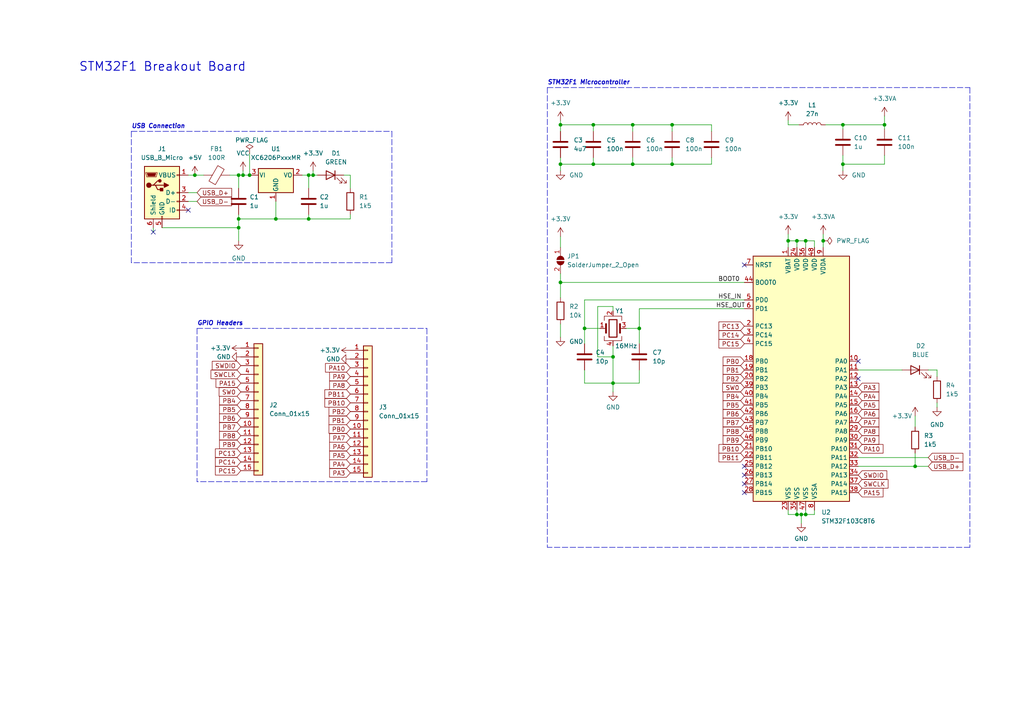
<source format=kicad_sch>
(kicad_sch (version 20211123) (generator eeschema)

  (uuid c1c49fa9-6b29-4a66-bff9-608e489a4e32)

  (paper "A4")

  (lib_symbols
    (symbol "Connector:USB_B_Micro" (pin_names (offset 1.016)) (in_bom yes) (on_board yes)
      (property "Reference" "J" (id 0) (at -5.08 11.43 0)
        (effects (font (size 1.27 1.27)) (justify left))
      )
      (property "Value" "USB_B_Micro" (id 1) (at -5.08 8.89 0)
        (effects (font (size 1.27 1.27)) (justify left))
      )
      (property "Footprint" "" (id 2) (at 3.81 -1.27 0)
        (effects (font (size 1.27 1.27)) hide)
      )
      (property "Datasheet" "~" (id 3) (at 3.81 -1.27 0)
        (effects (font (size 1.27 1.27)) hide)
      )
      (property "ki_keywords" "connector USB micro" (id 4) (at 0 0 0)
        (effects (font (size 1.27 1.27)) hide)
      )
      (property "ki_description" "USB Micro Type B connector" (id 5) (at 0 0 0)
        (effects (font (size 1.27 1.27)) hide)
      )
      (property "ki_fp_filters" "USB*" (id 6) (at 0 0 0)
        (effects (font (size 1.27 1.27)) hide)
      )
      (symbol "USB_B_Micro_0_1"
        (rectangle (start -5.08 -7.62) (end 5.08 7.62)
          (stroke (width 0.254) (type default) (color 0 0 0 0))
          (fill (type background))
        )
        (circle (center -3.81 2.159) (radius 0.635)
          (stroke (width 0.254) (type default) (color 0 0 0 0))
          (fill (type outline))
        )
        (circle (center -0.635 3.429) (radius 0.381)
          (stroke (width 0.254) (type default) (color 0 0 0 0))
          (fill (type outline))
        )
        (rectangle (start -0.127 -7.62) (end 0.127 -6.858)
          (stroke (width 0) (type default) (color 0 0 0 0))
          (fill (type none))
        )
        (polyline
          (pts
            (xy -1.905 2.159)
            (xy 0.635 2.159)
          )
          (stroke (width 0.254) (type default) (color 0 0 0 0))
          (fill (type none))
        )
        (polyline
          (pts
            (xy -3.175 2.159)
            (xy -2.54 2.159)
            (xy -1.27 3.429)
            (xy -0.635 3.429)
          )
          (stroke (width 0.254) (type default) (color 0 0 0 0))
          (fill (type none))
        )
        (polyline
          (pts
            (xy -2.54 2.159)
            (xy -1.905 2.159)
            (xy -1.27 0.889)
            (xy 0 0.889)
          )
          (stroke (width 0.254) (type default) (color 0 0 0 0))
          (fill (type none))
        )
        (polyline
          (pts
            (xy 0.635 2.794)
            (xy 0.635 1.524)
            (xy 1.905 2.159)
            (xy 0.635 2.794)
          )
          (stroke (width 0.254) (type default) (color 0 0 0 0))
          (fill (type outline))
        )
        (polyline
          (pts
            (xy -4.318 5.588)
            (xy -1.778 5.588)
            (xy -2.032 4.826)
            (xy -4.064 4.826)
            (xy -4.318 5.588)
          )
          (stroke (width 0) (type default) (color 0 0 0 0))
          (fill (type outline))
        )
        (polyline
          (pts
            (xy -4.699 5.842)
            (xy -4.699 5.588)
            (xy -4.445 4.826)
            (xy -4.445 4.572)
            (xy -1.651 4.572)
            (xy -1.651 4.826)
            (xy -1.397 5.588)
            (xy -1.397 5.842)
            (xy -4.699 5.842)
          )
          (stroke (width 0) (type default) (color 0 0 0 0))
          (fill (type none))
        )
        (rectangle (start 0.254 1.27) (end -0.508 0.508)
          (stroke (width 0.254) (type default) (color 0 0 0 0))
          (fill (type outline))
        )
        (rectangle (start 5.08 -5.207) (end 4.318 -4.953)
          (stroke (width 0) (type default) (color 0 0 0 0))
          (fill (type none))
        )
        (rectangle (start 5.08 -2.667) (end 4.318 -2.413)
          (stroke (width 0) (type default) (color 0 0 0 0))
          (fill (type none))
        )
        (rectangle (start 5.08 -0.127) (end 4.318 0.127)
          (stroke (width 0) (type default) (color 0 0 0 0))
          (fill (type none))
        )
        (rectangle (start 5.08 4.953) (end 4.318 5.207)
          (stroke (width 0) (type default) (color 0 0 0 0))
          (fill (type none))
        )
      )
      (symbol "USB_B_Micro_1_1"
        (pin power_out line (at 7.62 5.08 180) (length 2.54)
          (name "VBUS" (effects (font (size 1.27 1.27))))
          (number "1" (effects (font (size 1.27 1.27))))
        )
        (pin bidirectional line (at 7.62 -2.54 180) (length 2.54)
          (name "D-" (effects (font (size 1.27 1.27))))
          (number "2" (effects (font (size 1.27 1.27))))
        )
        (pin bidirectional line (at 7.62 0 180) (length 2.54)
          (name "D+" (effects (font (size 1.27 1.27))))
          (number "3" (effects (font (size 1.27 1.27))))
        )
        (pin passive line (at 7.62 -5.08 180) (length 2.54)
          (name "ID" (effects (font (size 1.27 1.27))))
          (number "4" (effects (font (size 1.27 1.27))))
        )
        (pin power_out line (at 0 -10.16 90) (length 2.54)
          (name "GND" (effects (font (size 1.27 1.27))))
          (number "5" (effects (font (size 1.27 1.27))))
        )
        (pin passive line (at -2.54 -10.16 90) (length 2.54)
          (name "Shield" (effects (font (size 1.27 1.27))))
          (number "6" (effects (font (size 1.27 1.27))))
        )
      )
    )
    (symbol "Connector_Generic:Conn_01x15" (pin_names (offset 1.016) hide) (in_bom yes) (on_board yes)
      (property "Reference" "J" (id 0) (at 0 20.32 0)
        (effects (font (size 1.27 1.27)))
      )
      (property "Value" "Conn_01x15" (id 1) (at 0 -20.32 0)
        (effects (font (size 1.27 1.27)))
      )
      (property "Footprint" "" (id 2) (at 0 0 0)
        (effects (font (size 1.27 1.27)) hide)
      )
      (property "Datasheet" "~" (id 3) (at 0 0 0)
        (effects (font (size 1.27 1.27)) hide)
      )
      (property "ki_keywords" "connector" (id 4) (at 0 0 0)
        (effects (font (size 1.27 1.27)) hide)
      )
      (property "ki_description" "Generic connector, single row, 01x15, script generated (kicad-library-utils/schlib/autogen/connector/)" (id 5) (at 0 0 0)
        (effects (font (size 1.27 1.27)) hide)
      )
      (property "ki_fp_filters" "Connector*:*_1x??_*" (id 6) (at 0 0 0)
        (effects (font (size 1.27 1.27)) hide)
      )
      (symbol "Conn_01x15_1_1"
        (rectangle (start -1.27 -17.653) (end 0 -17.907)
          (stroke (width 0.1524) (type default) (color 0 0 0 0))
          (fill (type none))
        )
        (rectangle (start -1.27 -15.113) (end 0 -15.367)
          (stroke (width 0.1524) (type default) (color 0 0 0 0))
          (fill (type none))
        )
        (rectangle (start -1.27 -12.573) (end 0 -12.827)
          (stroke (width 0.1524) (type default) (color 0 0 0 0))
          (fill (type none))
        )
        (rectangle (start -1.27 -10.033) (end 0 -10.287)
          (stroke (width 0.1524) (type default) (color 0 0 0 0))
          (fill (type none))
        )
        (rectangle (start -1.27 -7.493) (end 0 -7.747)
          (stroke (width 0.1524) (type default) (color 0 0 0 0))
          (fill (type none))
        )
        (rectangle (start -1.27 -4.953) (end 0 -5.207)
          (stroke (width 0.1524) (type default) (color 0 0 0 0))
          (fill (type none))
        )
        (rectangle (start -1.27 -2.413) (end 0 -2.667)
          (stroke (width 0.1524) (type default) (color 0 0 0 0))
          (fill (type none))
        )
        (rectangle (start -1.27 0.127) (end 0 -0.127)
          (stroke (width 0.1524) (type default) (color 0 0 0 0))
          (fill (type none))
        )
        (rectangle (start -1.27 2.667) (end 0 2.413)
          (stroke (width 0.1524) (type default) (color 0 0 0 0))
          (fill (type none))
        )
        (rectangle (start -1.27 5.207) (end 0 4.953)
          (stroke (width 0.1524) (type default) (color 0 0 0 0))
          (fill (type none))
        )
        (rectangle (start -1.27 7.747) (end 0 7.493)
          (stroke (width 0.1524) (type default) (color 0 0 0 0))
          (fill (type none))
        )
        (rectangle (start -1.27 10.287) (end 0 10.033)
          (stroke (width 0.1524) (type default) (color 0 0 0 0))
          (fill (type none))
        )
        (rectangle (start -1.27 12.827) (end 0 12.573)
          (stroke (width 0.1524) (type default) (color 0 0 0 0))
          (fill (type none))
        )
        (rectangle (start -1.27 15.367) (end 0 15.113)
          (stroke (width 0.1524) (type default) (color 0 0 0 0))
          (fill (type none))
        )
        (rectangle (start -1.27 17.907) (end 0 17.653)
          (stroke (width 0.1524) (type default) (color 0 0 0 0))
          (fill (type none))
        )
        (rectangle (start -1.27 19.05) (end 1.27 -19.05)
          (stroke (width 0.254) (type default) (color 0 0 0 0))
          (fill (type background))
        )
        (pin passive line (at -5.08 17.78 0) (length 3.81)
          (name "Pin_1" (effects (font (size 1.27 1.27))))
          (number "1" (effects (font (size 1.27 1.27))))
        )
        (pin passive line (at -5.08 -5.08 0) (length 3.81)
          (name "Pin_10" (effects (font (size 1.27 1.27))))
          (number "10" (effects (font (size 1.27 1.27))))
        )
        (pin passive line (at -5.08 -7.62 0) (length 3.81)
          (name "Pin_11" (effects (font (size 1.27 1.27))))
          (number "11" (effects (font (size 1.27 1.27))))
        )
        (pin passive line (at -5.08 -10.16 0) (length 3.81)
          (name "Pin_12" (effects (font (size 1.27 1.27))))
          (number "12" (effects (font (size 1.27 1.27))))
        )
        (pin passive line (at -5.08 -12.7 0) (length 3.81)
          (name "Pin_13" (effects (font (size 1.27 1.27))))
          (number "13" (effects (font (size 1.27 1.27))))
        )
        (pin passive line (at -5.08 -15.24 0) (length 3.81)
          (name "Pin_14" (effects (font (size 1.27 1.27))))
          (number "14" (effects (font (size 1.27 1.27))))
        )
        (pin passive line (at -5.08 -17.78 0) (length 3.81)
          (name "Pin_15" (effects (font (size 1.27 1.27))))
          (number "15" (effects (font (size 1.27 1.27))))
        )
        (pin passive line (at -5.08 15.24 0) (length 3.81)
          (name "Pin_2" (effects (font (size 1.27 1.27))))
          (number "2" (effects (font (size 1.27 1.27))))
        )
        (pin passive line (at -5.08 12.7 0) (length 3.81)
          (name "Pin_3" (effects (font (size 1.27 1.27))))
          (number "3" (effects (font (size 1.27 1.27))))
        )
        (pin passive line (at -5.08 10.16 0) (length 3.81)
          (name "Pin_4" (effects (font (size 1.27 1.27))))
          (number "4" (effects (font (size 1.27 1.27))))
        )
        (pin passive line (at -5.08 7.62 0) (length 3.81)
          (name "Pin_5" (effects (font (size 1.27 1.27))))
          (number "5" (effects (font (size 1.27 1.27))))
        )
        (pin passive line (at -5.08 5.08 0) (length 3.81)
          (name "Pin_6" (effects (font (size 1.27 1.27))))
          (number "6" (effects (font (size 1.27 1.27))))
        )
        (pin passive line (at -5.08 2.54 0) (length 3.81)
          (name "Pin_7" (effects (font (size 1.27 1.27))))
          (number "7" (effects (font (size 1.27 1.27))))
        )
        (pin passive line (at -5.08 0 0) (length 3.81)
          (name "Pin_8" (effects (font (size 1.27 1.27))))
          (number "8" (effects (font (size 1.27 1.27))))
        )
        (pin passive line (at -5.08 -2.54 0) (length 3.81)
          (name "Pin_9" (effects (font (size 1.27 1.27))))
          (number "9" (effects (font (size 1.27 1.27))))
        )
      )
    )
    (symbol "Device:C" (pin_numbers hide) (pin_names (offset 0.254)) (in_bom yes) (on_board yes)
      (property "Reference" "C" (id 0) (at 0.635 2.54 0)
        (effects (font (size 1.27 1.27)) (justify left))
      )
      (property "Value" "C" (id 1) (at 0.635 -2.54 0)
        (effects (font (size 1.27 1.27)) (justify left))
      )
      (property "Footprint" "" (id 2) (at 0.9652 -3.81 0)
        (effects (font (size 1.27 1.27)) hide)
      )
      (property "Datasheet" "~" (id 3) (at 0 0 0)
        (effects (font (size 1.27 1.27)) hide)
      )
      (property "ki_keywords" "cap capacitor" (id 4) (at 0 0 0)
        (effects (font (size 1.27 1.27)) hide)
      )
      (property "ki_description" "Unpolarized capacitor" (id 5) (at 0 0 0)
        (effects (font (size 1.27 1.27)) hide)
      )
      (property "ki_fp_filters" "C_*" (id 6) (at 0 0 0)
        (effects (font (size 1.27 1.27)) hide)
      )
      (symbol "C_0_1"
        (polyline
          (pts
            (xy -2.032 -0.762)
            (xy 2.032 -0.762)
          )
          (stroke (width 0.508) (type default) (color 0 0 0 0))
          (fill (type none))
        )
        (polyline
          (pts
            (xy -2.032 0.762)
            (xy 2.032 0.762)
          )
          (stroke (width 0.508) (type default) (color 0 0 0 0))
          (fill (type none))
        )
      )
      (symbol "C_1_1"
        (pin passive line (at 0 3.81 270) (length 2.794)
          (name "~" (effects (font (size 1.27 1.27))))
          (number "1" (effects (font (size 1.27 1.27))))
        )
        (pin passive line (at 0 -3.81 90) (length 2.794)
          (name "~" (effects (font (size 1.27 1.27))))
          (number "2" (effects (font (size 1.27 1.27))))
        )
      )
    )
    (symbol "Device:Crystal_GND24" (pin_names (offset 1.016) hide) (in_bom yes) (on_board yes)
      (property "Reference" "Y" (id 0) (at 3.175 5.08 0)
        (effects (font (size 1.27 1.27)) (justify left))
      )
      (property "Value" "Crystal_GND24" (id 1) (at 3.175 3.175 0)
        (effects (font (size 1.27 1.27)) (justify left))
      )
      (property "Footprint" "" (id 2) (at 0 0 0)
        (effects (font (size 1.27 1.27)) hide)
      )
      (property "Datasheet" "~" (id 3) (at 0 0 0)
        (effects (font (size 1.27 1.27)) hide)
      )
      (property "ki_keywords" "quartz ceramic resonator oscillator" (id 4) (at 0 0 0)
        (effects (font (size 1.27 1.27)) hide)
      )
      (property "ki_description" "Four pin crystal, GND on pins 2 and 4" (id 5) (at 0 0 0)
        (effects (font (size 1.27 1.27)) hide)
      )
      (property "ki_fp_filters" "Crystal*" (id 6) (at 0 0 0)
        (effects (font (size 1.27 1.27)) hide)
      )
      (symbol "Crystal_GND24_0_1"
        (rectangle (start -1.143 2.54) (end 1.143 -2.54)
          (stroke (width 0.3048) (type default) (color 0 0 0 0))
          (fill (type none))
        )
        (polyline
          (pts
            (xy -2.54 0)
            (xy -2.032 0)
          )
          (stroke (width 0) (type default) (color 0 0 0 0))
          (fill (type none))
        )
        (polyline
          (pts
            (xy -2.032 -1.27)
            (xy -2.032 1.27)
          )
          (stroke (width 0.508) (type default) (color 0 0 0 0))
          (fill (type none))
        )
        (polyline
          (pts
            (xy 0 -3.81)
            (xy 0 -3.556)
          )
          (stroke (width 0) (type default) (color 0 0 0 0))
          (fill (type none))
        )
        (polyline
          (pts
            (xy 0 3.556)
            (xy 0 3.81)
          )
          (stroke (width 0) (type default) (color 0 0 0 0))
          (fill (type none))
        )
        (polyline
          (pts
            (xy 2.032 -1.27)
            (xy 2.032 1.27)
          )
          (stroke (width 0.508) (type default) (color 0 0 0 0))
          (fill (type none))
        )
        (polyline
          (pts
            (xy 2.032 0)
            (xy 2.54 0)
          )
          (stroke (width 0) (type default) (color 0 0 0 0))
          (fill (type none))
        )
        (polyline
          (pts
            (xy -2.54 -2.286)
            (xy -2.54 -3.556)
            (xy 2.54 -3.556)
            (xy 2.54 -2.286)
          )
          (stroke (width 0) (type default) (color 0 0 0 0))
          (fill (type none))
        )
        (polyline
          (pts
            (xy -2.54 2.286)
            (xy -2.54 3.556)
            (xy 2.54 3.556)
            (xy 2.54 2.286)
          )
          (stroke (width 0) (type default) (color 0 0 0 0))
          (fill (type none))
        )
      )
      (symbol "Crystal_GND24_1_1"
        (pin passive line (at -3.81 0 0) (length 1.27)
          (name "1" (effects (font (size 1.27 1.27))))
          (number "1" (effects (font (size 1.27 1.27))))
        )
        (pin passive line (at 0 5.08 270) (length 1.27)
          (name "2" (effects (font (size 1.27 1.27))))
          (number "2" (effects (font (size 1.27 1.27))))
        )
        (pin passive line (at 3.81 0 180) (length 1.27)
          (name "3" (effects (font (size 1.27 1.27))))
          (number "3" (effects (font (size 1.27 1.27))))
        )
        (pin passive line (at 0 -5.08 90) (length 1.27)
          (name "4" (effects (font (size 1.27 1.27))))
          (number "4" (effects (font (size 1.27 1.27))))
        )
      )
    )
    (symbol "Device:FerriteBead" (pin_numbers hide) (pin_names (offset 0)) (in_bom yes) (on_board yes)
      (property "Reference" "FB" (id 0) (at -3.81 0.635 90)
        (effects (font (size 1.27 1.27)))
      )
      (property "Value" "FerriteBead" (id 1) (at 3.81 0 90)
        (effects (font (size 1.27 1.27)))
      )
      (property "Footprint" "" (id 2) (at -1.778 0 90)
        (effects (font (size 1.27 1.27)) hide)
      )
      (property "Datasheet" "~" (id 3) (at 0 0 0)
        (effects (font (size 1.27 1.27)) hide)
      )
      (property "ki_keywords" "L ferrite bead inductor filter" (id 4) (at 0 0 0)
        (effects (font (size 1.27 1.27)) hide)
      )
      (property "ki_description" "Ferrite bead" (id 5) (at 0 0 0)
        (effects (font (size 1.27 1.27)) hide)
      )
      (property "ki_fp_filters" "Inductor_* L_* *Ferrite*" (id 6) (at 0 0 0)
        (effects (font (size 1.27 1.27)) hide)
      )
      (symbol "FerriteBead_0_1"
        (polyline
          (pts
            (xy 0 -1.27)
            (xy 0 -1.2192)
          )
          (stroke (width 0) (type default) (color 0 0 0 0))
          (fill (type none))
        )
        (polyline
          (pts
            (xy 0 1.27)
            (xy 0 1.2954)
          )
          (stroke (width 0) (type default) (color 0 0 0 0))
          (fill (type none))
        )
        (polyline
          (pts
            (xy -2.7686 0.4064)
            (xy -1.7018 2.2606)
            (xy 2.7686 -0.3048)
            (xy 1.6764 -2.159)
            (xy -2.7686 0.4064)
          )
          (stroke (width 0) (type default) (color 0 0 0 0))
          (fill (type none))
        )
      )
      (symbol "FerriteBead_1_1"
        (pin passive line (at 0 3.81 270) (length 2.54)
          (name "~" (effects (font (size 1.27 1.27))))
          (number "1" (effects (font (size 1.27 1.27))))
        )
        (pin passive line (at 0 -3.81 90) (length 2.54)
          (name "~" (effects (font (size 1.27 1.27))))
          (number "2" (effects (font (size 1.27 1.27))))
        )
      )
    )
    (symbol "Device:L" (pin_numbers hide) (pin_names (offset 1.016) hide) (in_bom yes) (on_board yes)
      (property "Reference" "L" (id 0) (at -1.27 0 90)
        (effects (font (size 1.27 1.27)))
      )
      (property "Value" "L" (id 1) (at 1.905 0 90)
        (effects (font (size 1.27 1.27)))
      )
      (property "Footprint" "" (id 2) (at 0 0 0)
        (effects (font (size 1.27 1.27)) hide)
      )
      (property "Datasheet" "~" (id 3) (at 0 0 0)
        (effects (font (size 1.27 1.27)) hide)
      )
      (property "ki_keywords" "inductor choke coil reactor magnetic" (id 4) (at 0 0 0)
        (effects (font (size 1.27 1.27)) hide)
      )
      (property "ki_description" "Inductor" (id 5) (at 0 0 0)
        (effects (font (size 1.27 1.27)) hide)
      )
      (property "ki_fp_filters" "Choke_* *Coil* Inductor_* L_*" (id 6) (at 0 0 0)
        (effects (font (size 1.27 1.27)) hide)
      )
      (symbol "L_0_1"
        (arc (start 0 -2.54) (mid 0.635 -1.905) (end 0 -1.27)
          (stroke (width 0) (type default) (color 0 0 0 0))
          (fill (type none))
        )
        (arc (start 0 -1.27) (mid 0.635 -0.635) (end 0 0)
          (stroke (width 0) (type default) (color 0 0 0 0))
          (fill (type none))
        )
        (arc (start 0 0) (mid 0.635 0.635) (end 0 1.27)
          (stroke (width 0) (type default) (color 0 0 0 0))
          (fill (type none))
        )
        (arc (start 0 1.27) (mid 0.635 1.905) (end 0 2.54)
          (stroke (width 0) (type default) (color 0 0 0 0))
          (fill (type none))
        )
      )
      (symbol "L_1_1"
        (pin passive line (at 0 3.81 270) (length 1.27)
          (name "1" (effects (font (size 1.27 1.27))))
          (number "1" (effects (font (size 1.27 1.27))))
        )
        (pin passive line (at 0 -3.81 90) (length 1.27)
          (name "2" (effects (font (size 1.27 1.27))))
          (number "2" (effects (font (size 1.27 1.27))))
        )
      )
    )
    (symbol "Device:LED" (pin_numbers hide) (pin_names (offset 1.016) hide) (in_bom yes) (on_board yes)
      (property "Reference" "D" (id 0) (at 0 2.54 0)
        (effects (font (size 1.27 1.27)))
      )
      (property "Value" "LED" (id 1) (at 0 -2.54 0)
        (effects (font (size 1.27 1.27)))
      )
      (property "Footprint" "" (id 2) (at 0 0 0)
        (effects (font (size 1.27 1.27)) hide)
      )
      (property "Datasheet" "~" (id 3) (at 0 0 0)
        (effects (font (size 1.27 1.27)) hide)
      )
      (property "ki_keywords" "LED diode" (id 4) (at 0 0 0)
        (effects (font (size 1.27 1.27)) hide)
      )
      (property "ki_description" "Light emitting diode" (id 5) (at 0 0 0)
        (effects (font (size 1.27 1.27)) hide)
      )
      (property "ki_fp_filters" "LED* LED_SMD:* LED_THT:*" (id 6) (at 0 0 0)
        (effects (font (size 1.27 1.27)) hide)
      )
      (symbol "LED_0_1"
        (polyline
          (pts
            (xy -1.27 -1.27)
            (xy -1.27 1.27)
          )
          (stroke (width 0.254) (type default) (color 0 0 0 0))
          (fill (type none))
        )
        (polyline
          (pts
            (xy -1.27 0)
            (xy 1.27 0)
          )
          (stroke (width 0) (type default) (color 0 0 0 0))
          (fill (type none))
        )
        (polyline
          (pts
            (xy 1.27 -1.27)
            (xy 1.27 1.27)
            (xy -1.27 0)
            (xy 1.27 -1.27)
          )
          (stroke (width 0.254) (type default) (color 0 0 0 0))
          (fill (type none))
        )
        (polyline
          (pts
            (xy -3.048 -0.762)
            (xy -4.572 -2.286)
            (xy -3.81 -2.286)
            (xy -4.572 -2.286)
            (xy -4.572 -1.524)
          )
          (stroke (width 0) (type default) (color 0 0 0 0))
          (fill (type none))
        )
        (polyline
          (pts
            (xy -1.778 -0.762)
            (xy -3.302 -2.286)
            (xy -2.54 -2.286)
            (xy -3.302 -2.286)
            (xy -3.302 -1.524)
          )
          (stroke (width 0) (type default) (color 0 0 0 0))
          (fill (type none))
        )
      )
      (symbol "LED_1_1"
        (pin passive line (at -3.81 0 0) (length 2.54)
          (name "K" (effects (font (size 1.27 1.27))))
          (number "1" (effects (font (size 1.27 1.27))))
        )
        (pin passive line (at 3.81 0 180) (length 2.54)
          (name "A" (effects (font (size 1.27 1.27))))
          (number "2" (effects (font (size 1.27 1.27))))
        )
      )
    )
    (symbol "Device:R" (pin_numbers hide) (pin_names (offset 0)) (in_bom yes) (on_board yes)
      (property "Reference" "R" (id 0) (at 2.032 0 90)
        (effects (font (size 1.27 1.27)))
      )
      (property "Value" "R" (id 1) (at 0 0 90)
        (effects (font (size 1.27 1.27)))
      )
      (property "Footprint" "" (id 2) (at -1.778 0 90)
        (effects (font (size 1.27 1.27)) hide)
      )
      (property "Datasheet" "~" (id 3) (at 0 0 0)
        (effects (font (size 1.27 1.27)) hide)
      )
      (property "ki_keywords" "R res resistor" (id 4) (at 0 0 0)
        (effects (font (size 1.27 1.27)) hide)
      )
      (property "ki_description" "Resistor" (id 5) (at 0 0 0)
        (effects (font (size 1.27 1.27)) hide)
      )
      (property "ki_fp_filters" "R_*" (id 6) (at 0 0 0)
        (effects (font (size 1.27 1.27)) hide)
      )
      (symbol "R_0_1"
        (rectangle (start -1.016 -2.54) (end 1.016 2.54)
          (stroke (width 0.254) (type default) (color 0 0 0 0))
          (fill (type none))
        )
      )
      (symbol "R_1_1"
        (pin passive line (at 0 3.81 270) (length 1.27)
          (name "~" (effects (font (size 1.27 1.27))))
          (number "1" (effects (font (size 1.27 1.27))))
        )
        (pin passive line (at 0 -3.81 90) (length 1.27)
          (name "~" (effects (font (size 1.27 1.27))))
          (number "2" (effects (font (size 1.27 1.27))))
        )
      )
    )
    (symbol "Jumper:SolderJumper_2_Open" (pin_names (offset 0) hide) (in_bom yes) (on_board yes)
      (property "Reference" "JP" (id 0) (at 0 2.032 0)
        (effects (font (size 1.27 1.27)))
      )
      (property "Value" "SolderJumper_2_Open" (id 1) (at 0 -2.54 0)
        (effects (font (size 1.27 1.27)))
      )
      (property "Footprint" "" (id 2) (at 0 0 0)
        (effects (font (size 1.27 1.27)) hide)
      )
      (property "Datasheet" "~" (id 3) (at 0 0 0)
        (effects (font (size 1.27 1.27)) hide)
      )
      (property "ki_keywords" "solder jumper SPST" (id 4) (at 0 0 0)
        (effects (font (size 1.27 1.27)) hide)
      )
      (property "ki_description" "Solder Jumper, 2-pole, open" (id 5) (at 0 0 0)
        (effects (font (size 1.27 1.27)) hide)
      )
      (property "ki_fp_filters" "SolderJumper*Open*" (id 6) (at 0 0 0)
        (effects (font (size 1.27 1.27)) hide)
      )
      (symbol "SolderJumper_2_Open_0_1"
        (arc (start -0.254 1.016) (mid -1.27 0) (end -0.254 -1.016)
          (stroke (width 0) (type default) (color 0 0 0 0))
          (fill (type none))
        )
        (arc (start -0.254 1.016) (mid -1.27 0) (end -0.254 -1.016)
          (stroke (width 0) (type default) (color 0 0 0 0))
          (fill (type outline))
        )
        (polyline
          (pts
            (xy -0.254 1.016)
            (xy -0.254 -1.016)
          )
          (stroke (width 0) (type default) (color 0 0 0 0))
          (fill (type none))
        )
        (polyline
          (pts
            (xy 0.254 1.016)
            (xy 0.254 -1.016)
          )
          (stroke (width 0) (type default) (color 0 0 0 0))
          (fill (type none))
        )
        (arc (start 0.254 -1.016) (mid 1.27 0) (end 0.254 1.016)
          (stroke (width 0) (type default) (color 0 0 0 0))
          (fill (type none))
        )
        (arc (start 0.254 -1.016) (mid 1.27 0) (end 0.254 1.016)
          (stroke (width 0) (type default) (color 0 0 0 0))
          (fill (type outline))
        )
      )
      (symbol "SolderJumper_2_Open_1_1"
        (pin passive line (at -3.81 0 0) (length 2.54)
          (name "A" (effects (font (size 1.27 1.27))))
          (number "1" (effects (font (size 1.27 1.27))))
        )
        (pin passive line (at 3.81 0 180) (length 2.54)
          (name "B" (effects (font (size 1.27 1.27))))
          (number "2" (effects (font (size 1.27 1.27))))
        )
      )
    )
    (symbol "MCU_ST_STM32F1:STM32F103C8Tx" (in_bom yes) (on_board yes)
      (property "Reference" "U" (id 0) (at -15.24 36.83 0)
        (effects (font (size 1.27 1.27)) (justify left))
      )
      (property "Value" "STM32F103C8Tx" (id 1) (at 7.62 36.83 0)
        (effects (font (size 1.27 1.27)) (justify left))
      )
      (property "Footprint" "Package_QFP:LQFP-48_7x7mm_P0.5mm" (id 2) (at -15.24 -35.56 0)
        (effects (font (size 1.27 1.27)) (justify right) hide)
      )
      (property "Datasheet" "http://www.st.com/st-web-ui/static/active/en/resource/technical/document/datasheet/CD00161566.pdf" (id 3) (at 0 0 0)
        (effects (font (size 1.27 1.27)) hide)
      )
      (property "ki_keywords" "ARM Cortex-M3 STM32F1 STM32F103" (id 4) (at 0 0 0)
        (effects (font (size 1.27 1.27)) hide)
      )
      (property "ki_description" "ARM Cortex-M3 MCU, 64KB flash, 20KB RAM, 72MHz, 2-3.6V, 37 GPIO, LQFP-48" (id 5) (at 0 0 0)
        (effects (font (size 1.27 1.27)) hide)
      )
      (property "ki_fp_filters" "LQFP*7x7mm*P0.5mm*" (id 6) (at 0 0 0)
        (effects (font (size 1.27 1.27)) hide)
      )
      (symbol "STM32F103C8Tx_0_1"
        (rectangle (start -15.24 -35.56) (end 12.7 35.56)
          (stroke (width 0.254) (type default) (color 0 0 0 0))
          (fill (type background))
        )
      )
      (symbol "STM32F103C8Tx_1_1"
        (pin power_in line (at -5.08 38.1 270) (length 2.54)
          (name "VBAT" (effects (font (size 1.27 1.27))))
          (number "1" (effects (font (size 1.27 1.27))))
        )
        (pin bidirectional line (at 15.24 5.08 180) (length 2.54)
          (name "PA0" (effects (font (size 1.27 1.27))))
          (number "10" (effects (font (size 1.27 1.27))))
        )
        (pin bidirectional line (at 15.24 2.54 180) (length 2.54)
          (name "PA1" (effects (font (size 1.27 1.27))))
          (number "11" (effects (font (size 1.27 1.27))))
        )
        (pin bidirectional line (at 15.24 0 180) (length 2.54)
          (name "PA2" (effects (font (size 1.27 1.27))))
          (number "12" (effects (font (size 1.27 1.27))))
        )
        (pin bidirectional line (at 15.24 -2.54 180) (length 2.54)
          (name "PA3" (effects (font (size 1.27 1.27))))
          (number "13" (effects (font (size 1.27 1.27))))
        )
        (pin bidirectional line (at 15.24 -5.08 180) (length 2.54)
          (name "PA4" (effects (font (size 1.27 1.27))))
          (number "14" (effects (font (size 1.27 1.27))))
        )
        (pin bidirectional line (at 15.24 -7.62 180) (length 2.54)
          (name "PA5" (effects (font (size 1.27 1.27))))
          (number "15" (effects (font (size 1.27 1.27))))
        )
        (pin bidirectional line (at 15.24 -10.16 180) (length 2.54)
          (name "PA6" (effects (font (size 1.27 1.27))))
          (number "16" (effects (font (size 1.27 1.27))))
        )
        (pin bidirectional line (at 15.24 -12.7 180) (length 2.54)
          (name "PA7" (effects (font (size 1.27 1.27))))
          (number "17" (effects (font (size 1.27 1.27))))
        )
        (pin bidirectional line (at -17.78 5.08 0) (length 2.54)
          (name "PB0" (effects (font (size 1.27 1.27))))
          (number "18" (effects (font (size 1.27 1.27))))
        )
        (pin bidirectional line (at -17.78 2.54 0) (length 2.54)
          (name "PB1" (effects (font (size 1.27 1.27))))
          (number "19" (effects (font (size 1.27 1.27))))
        )
        (pin bidirectional line (at -17.78 15.24 0) (length 2.54)
          (name "PC13" (effects (font (size 1.27 1.27))))
          (number "2" (effects (font (size 1.27 1.27))))
        )
        (pin bidirectional line (at -17.78 0 0) (length 2.54)
          (name "PB2" (effects (font (size 1.27 1.27))))
          (number "20" (effects (font (size 1.27 1.27))))
        )
        (pin bidirectional line (at -17.78 -20.32 0) (length 2.54)
          (name "PB10" (effects (font (size 1.27 1.27))))
          (number "21" (effects (font (size 1.27 1.27))))
        )
        (pin bidirectional line (at -17.78 -22.86 0) (length 2.54)
          (name "PB11" (effects (font (size 1.27 1.27))))
          (number "22" (effects (font (size 1.27 1.27))))
        )
        (pin power_in line (at -5.08 -38.1 90) (length 2.54)
          (name "VSS" (effects (font (size 1.27 1.27))))
          (number "23" (effects (font (size 1.27 1.27))))
        )
        (pin power_in line (at -2.54 38.1 270) (length 2.54)
          (name "VDD" (effects (font (size 1.27 1.27))))
          (number "24" (effects (font (size 1.27 1.27))))
        )
        (pin bidirectional line (at -17.78 -25.4 0) (length 2.54)
          (name "PB12" (effects (font (size 1.27 1.27))))
          (number "25" (effects (font (size 1.27 1.27))))
        )
        (pin bidirectional line (at -17.78 -27.94 0) (length 2.54)
          (name "PB13" (effects (font (size 1.27 1.27))))
          (number "26" (effects (font (size 1.27 1.27))))
        )
        (pin bidirectional line (at -17.78 -30.48 0) (length 2.54)
          (name "PB14" (effects (font (size 1.27 1.27))))
          (number "27" (effects (font (size 1.27 1.27))))
        )
        (pin bidirectional line (at -17.78 -33.02 0) (length 2.54)
          (name "PB15" (effects (font (size 1.27 1.27))))
          (number "28" (effects (font (size 1.27 1.27))))
        )
        (pin bidirectional line (at 15.24 -15.24 180) (length 2.54)
          (name "PA8" (effects (font (size 1.27 1.27))))
          (number "29" (effects (font (size 1.27 1.27))))
        )
        (pin bidirectional line (at -17.78 12.7 0) (length 2.54)
          (name "PC14" (effects (font (size 1.27 1.27))))
          (number "3" (effects (font (size 1.27 1.27))))
        )
        (pin bidirectional line (at 15.24 -17.78 180) (length 2.54)
          (name "PA9" (effects (font (size 1.27 1.27))))
          (number "30" (effects (font (size 1.27 1.27))))
        )
        (pin bidirectional line (at 15.24 -20.32 180) (length 2.54)
          (name "PA10" (effects (font (size 1.27 1.27))))
          (number "31" (effects (font (size 1.27 1.27))))
        )
        (pin bidirectional line (at 15.24 -22.86 180) (length 2.54)
          (name "PA11" (effects (font (size 1.27 1.27))))
          (number "32" (effects (font (size 1.27 1.27))))
        )
        (pin bidirectional line (at 15.24 -25.4 180) (length 2.54)
          (name "PA12" (effects (font (size 1.27 1.27))))
          (number "33" (effects (font (size 1.27 1.27))))
        )
        (pin bidirectional line (at 15.24 -27.94 180) (length 2.54)
          (name "PA13" (effects (font (size 1.27 1.27))))
          (number "34" (effects (font (size 1.27 1.27))))
        )
        (pin power_in line (at -2.54 -38.1 90) (length 2.54)
          (name "VSS" (effects (font (size 1.27 1.27))))
          (number "35" (effects (font (size 1.27 1.27))))
        )
        (pin power_in line (at 0 38.1 270) (length 2.54)
          (name "VDD" (effects (font (size 1.27 1.27))))
          (number "36" (effects (font (size 1.27 1.27))))
        )
        (pin bidirectional line (at 15.24 -30.48 180) (length 2.54)
          (name "PA14" (effects (font (size 1.27 1.27))))
          (number "37" (effects (font (size 1.27 1.27))))
        )
        (pin bidirectional line (at 15.24 -33.02 180) (length 2.54)
          (name "PA15" (effects (font (size 1.27 1.27))))
          (number "38" (effects (font (size 1.27 1.27))))
        )
        (pin bidirectional line (at -17.78 -2.54 0) (length 2.54)
          (name "PB3" (effects (font (size 1.27 1.27))))
          (number "39" (effects (font (size 1.27 1.27))))
        )
        (pin bidirectional line (at -17.78 10.16 0) (length 2.54)
          (name "PC15" (effects (font (size 1.27 1.27))))
          (number "4" (effects (font (size 1.27 1.27))))
        )
        (pin bidirectional line (at -17.78 -5.08 0) (length 2.54)
          (name "PB4" (effects (font (size 1.27 1.27))))
          (number "40" (effects (font (size 1.27 1.27))))
        )
        (pin bidirectional line (at -17.78 -7.62 0) (length 2.54)
          (name "PB5" (effects (font (size 1.27 1.27))))
          (number "41" (effects (font (size 1.27 1.27))))
        )
        (pin bidirectional line (at -17.78 -10.16 0) (length 2.54)
          (name "PB6" (effects (font (size 1.27 1.27))))
          (number "42" (effects (font (size 1.27 1.27))))
        )
        (pin bidirectional line (at -17.78 -12.7 0) (length 2.54)
          (name "PB7" (effects (font (size 1.27 1.27))))
          (number "43" (effects (font (size 1.27 1.27))))
        )
        (pin input line (at -17.78 27.94 0) (length 2.54)
          (name "BOOT0" (effects (font (size 1.27 1.27))))
          (number "44" (effects (font (size 1.27 1.27))))
        )
        (pin bidirectional line (at -17.78 -15.24 0) (length 2.54)
          (name "PB8" (effects (font (size 1.27 1.27))))
          (number "45" (effects (font (size 1.27 1.27))))
        )
        (pin bidirectional line (at -17.78 -17.78 0) (length 2.54)
          (name "PB9" (effects (font (size 1.27 1.27))))
          (number "46" (effects (font (size 1.27 1.27))))
        )
        (pin power_in line (at 0 -38.1 90) (length 2.54)
          (name "VSS" (effects (font (size 1.27 1.27))))
          (number "47" (effects (font (size 1.27 1.27))))
        )
        (pin power_in line (at 2.54 38.1 270) (length 2.54)
          (name "VDD" (effects (font (size 1.27 1.27))))
          (number "48" (effects (font (size 1.27 1.27))))
        )
        (pin input line (at -17.78 22.86 0) (length 2.54)
          (name "PD0" (effects (font (size 1.27 1.27))))
          (number "5" (effects (font (size 1.27 1.27))))
        )
        (pin input line (at -17.78 20.32 0) (length 2.54)
          (name "PD1" (effects (font (size 1.27 1.27))))
          (number "6" (effects (font (size 1.27 1.27))))
        )
        (pin input line (at -17.78 33.02 0) (length 2.54)
          (name "NRST" (effects (font (size 1.27 1.27))))
          (number "7" (effects (font (size 1.27 1.27))))
        )
        (pin power_in line (at 2.54 -38.1 90) (length 2.54)
          (name "VSSA" (effects (font (size 1.27 1.27))))
          (number "8" (effects (font (size 1.27 1.27))))
        )
        (pin power_in line (at 5.08 38.1 270) (length 2.54)
          (name "VDDA" (effects (font (size 1.27 1.27))))
          (number "9" (effects (font (size 1.27 1.27))))
        )
      )
    )
    (symbol "Regulator_Linear:XC6206PxxxMR" (pin_names (offset 0.254)) (in_bom yes) (on_board yes)
      (property "Reference" "U" (id 0) (at -3.81 3.175 0)
        (effects (font (size 1.27 1.27)))
      )
      (property "Value" "XC6206PxxxMR" (id 1) (at 0 3.175 0)
        (effects (font (size 1.27 1.27)) (justify left))
      )
      (property "Footprint" "Package_TO_SOT_SMD:SOT-23" (id 2) (at 0 5.715 0)
        (effects (font (size 1.27 1.27) italic) hide)
      )
      (property "Datasheet" "https://www.torexsemi.com/file/xc6206/XC6206.pdf" (id 3) (at 0 0 0)
        (effects (font (size 1.27 1.27)) hide)
      )
      (property "ki_keywords" "Torex LDO Voltage Regulator Fixed Positive" (id 4) (at 0 0 0)
        (effects (font (size 1.27 1.27)) hide)
      )
      (property "ki_description" "Positive 60-250mA Low Dropout Regulator, Fixed Output, SOT-23" (id 5) (at 0 0 0)
        (effects (font (size 1.27 1.27)) hide)
      )
      (property "ki_fp_filters" "SOT?23*" (id 6) (at 0 0 0)
        (effects (font (size 1.27 1.27)) hide)
      )
      (symbol "XC6206PxxxMR_0_1"
        (rectangle (start -5.08 1.905) (end 5.08 -5.08)
          (stroke (width 0.254) (type default) (color 0 0 0 0))
          (fill (type background))
        )
      )
      (symbol "XC6206PxxxMR_1_1"
        (pin power_in line (at 0 -7.62 90) (length 2.54)
          (name "GND" (effects (font (size 1.27 1.27))))
          (number "1" (effects (font (size 1.27 1.27))))
        )
        (pin power_out line (at 7.62 0 180) (length 2.54)
          (name "VO" (effects (font (size 1.27 1.27))))
          (number "2" (effects (font (size 1.27 1.27))))
        )
        (pin power_in line (at -7.62 0 0) (length 2.54)
          (name "VI" (effects (font (size 1.27 1.27))))
          (number "3" (effects (font (size 1.27 1.27))))
        )
      )
    )
    (symbol "power:+3.3V" (power) (pin_names (offset 0)) (in_bom yes) (on_board yes)
      (property "Reference" "#PWR" (id 0) (at 0 -3.81 0)
        (effects (font (size 1.27 1.27)) hide)
      )
      (property "Value" "+3.3V" (id 1) (at 0 3.556 0)
        (effects (font (size 1.27 1.27)))
      )
      (property "Footprint" "" (id 2) (at 0 0 0)
        (effects (font (size 1.27 1.27)) hide)
      )
      (property "Datasheet" "" (id 3) (at 0 0 0)
        (effects (font (size 1.27 1.27)) hide)
      )
      (property "ki_keywords" "power-flag" (id 4) (at 0 0 0)
        (effects (font (size 1.27 1.27)) hide)
      )
      (property "ki_description" "Power symbol creates a global label with name \"+3.3V\"" (id 5) (at 0 0 0)
        (effects (font (size 1.27 1.27)) hide)
      )
      (symbol "+3.3V_0_1"
        (polyline
          (pts
            (xy -0.762 1.27)
            (xy 0 2.54)
          )
          (stroke (width 0) (type default) (color 0 0 0 0))
          (fill (type none))
        )
        (polyline
          (pts
            (xy 0 0)
            (xy 0 2.54)
          )
          (stroke (width 0) (type default) (color 0 0 0 0))
          (fill (type none))
        )
        (polyline
          (pts
            (xy 0 2.54)
            (xy 0.762 1.27)
          )
          (stroke (width 0) (type default) (color 0 0 0 0))
          (fill (type none))
        )
      )
      (symbol "+3.3V_1_1"
        (pin power_in line (at 0 0 90) (length 0) hide
          (name "+3.3V" (effects (font (size 1.27 1.27))))
          (number "1" (effects (font (size 1.27 1.27))))
        )
      )
    )
    (symbol "power:+3.3VA" (power) (pin_names (offset 0)) (in_bom yes) (on_board yes)
      (property "Reference" "#PWR" (id 0) (at 0 -3.81 0)
        (effects (font (size 1.27 1.27)) hide)
      )
      (property "Value" "+3.3VA" (id 1) (at 0 3.556 0)
        (effects (font (size 1.27 1.27)))
      )
      (property "Footprint" "" (id 2) (at 0 0 0)
        (effects (font (size 1.27 1.27)) hide)
      )
      (property "Datasheet" "" (id 3) (at 0 0 0)
        (effects (font (size 1.27 1.27)) hide)
      )
      (property "ki_keywords" "power-flag" (id 4) (at 0 0 0)
        (effects (font (size 1.27 1.27)) hide)
      )
      (property "ki_description" "Power symbol creates a global label with name \"+3.3VA\"" (id 5) (at 0 0 0)
        (effects (font (size 1.27 1.27)) hide)
      )
      (symbol "+3.3VA_0_1"
        (polyline
          (pts
            (xy -0.762 1.27)
            (xy 0 2.54)
          )
          (stroke (width 0) (type default) (color 0 0 0 0))
          (fill (type none))
        )
        (polyline
          (pts
            (xy 0 0)
            (xy 0 2.54)
          )
          (stroke (width 0) (type default) (color 0 0 0 0))
          (fill (type none))
        )
        (polyline
          (pts
            (xy 0 2.54)
            (xy 0.762 1.27)
          )
          (stroke (width 0) (type default) (color 0 0 0 0))
          (fill (type none))
        )
      )
      (symbol "+3.3VA_1_1"
        (pin power_in line (at 0 0 90) (length 0) hide
          (name "+3.3VA" (effects (font (size 1.27 1.27))))
          (number "1" (effects (font (size 1.27 1.27))))
        )
      )
    )
    (symbol "power:+5V" (power) (pin_names (offset 0)) (in_bom yes) (on_board yes)
      (property "Reference" "#PWR" (id 0) (at 0 -3.81 0)
        (effects (font (size 1.27 1.27)) hide)
      )
      (property "Value" "+5V" (id 1) (at 0 3.556 0)
        (effects (font (size 1.27 1.27)))
      )
      (property "Footprint" "" (id 2) (at 0 0 0)
        (effects (font (size 1.27 1.27)) hide)
      )
      (property "Datasheet" "" (id 3) (at 0 0 0)
        (effects (font (size 1.27 1.27)) hide)
      )
      (property "ki_keywords" "power-flag" (id 4) (at 0 0 0)
        (effects (font (size 1.27 1.27)) hide)
      )
      (property "ki_description" "Power symbol creates a global label with name \"+5V\"" (id 5) (at 0 0 0)
        (effects (font (size 1.27 1.27)) hide)
      )
      (symbol "+5V_0_1"
        (polyline
          (pts
            (xy -0.762 1.27)
            (xy 0 2.54)
          )
          (stroke (width 0) (type default) (color 0 0 0 0))
          (fill (type none))
        )
        (polyline
          (pts
            (xy 0 0)
            (xy 0 2.54)
          )
          (stroke (width 0) (type default) (color 0 0 0 0))
          (fill (type none))
        )
        (polyline
          (pts
            (xy 0 2.54)
            (xy 0.762 1.27)
          )
          (stroke (width 0) (type default) (color 0 0 0 0))
          (fill (type none))
        )
      )
      (symbol "+5V_1_1"
        (pin power_in line (at 0 0 90) (length 0) hide
          (name "+5V" (effects (font (size 1.27 1.27))))
          (number "1" (effects (font (size 1.27 1.27))))
        )
      )
    )
    (symbol "power:GND" (power) (pin_names (offset 0)) (in_bom yes) (on_board yes)
      (property "Reference" "#PWR" (id 0) (at 0 -6.35 0)
        (effects (font (size 1.27 1.27)) hide)
      )
      (property "Value" "GND" (id 1) (at 0 -3.81 0)
        (effects (font (size 1.27 1.27)))
      )
      (property "Footprint" "" (id 2) (at 0 0 0)
        (effects (font (size 1.27 1.27)) hide)
      )
      (property "Datasheet" "" (id 3) (at 0 0 0)
        (effects (font (size 1.27 1.27)) hide)
      )
      (property "ki_keywords" "power-flag" (id 4) (at 0 0 0)
        (effects (font (size 1.27 1.27)) hide)
      )
      (property "ki_description" "Power symbol creates a global label with name \"GND\" , ground" (id 5) (at 0 0 0)
        (effects (font (size 1.27 1.27)) hide)
      )
      (symbol "GND_0_1"
        (polyline
          (pts
            (xy 0 0)
            (xy 0 -1.27)
            (xy 1.27 -1.27)
            (xy 0 -2.54)
            (xy -1.27 -1.27)
            (xy 0 -1.27)
          )
          (stroke (width 0) (type default) (color 0 0 0 0))
          (fill (type none))
        )
      )
      (symbol "GND_1_1"
        (pin power_in line (at 0 0 270) (length 0) hide
          (name "GND" (effects (font (size 1.27 1.27))))
          (number "1" (effects (font (size 1.27 1.27))))
        )
      )
    )
    (symbol "power:PWR_FLAG" (power) (pin_numbers hide) (pin_names (offset 0) hide) (in_bom yes) (on_board yes)
      (property "Reference" "#FLG" (id 0) (at 0 1.905 0)
        (effects (font (size 1.27 1.27)) hide)
      )
      (property "Value" "PWR_FLAG" (id 1) (at 0 3.81 0)
        (effects (font (size 1.27 1.27)))
      )
      (property "Footprint" "" (id 2) (at 0 0 0)
        (effects (font (size 1.27 1.27)) hide)
      )
      (property "Datasheet" "~" (id 3) (at 0 0 0)
        (effects (font (size 1.27 1.27)) hide)
      )
      (property "ki_keywords" "power-flag" (id 4) (at 0 0 0)
        (effects (font (size 1.27 1.27)) hide)
      )
      (property "ki_description" "Special symbol for telling ERC where power comes from" (id 5) (at 0 0 0)
        (effects (font (size 1.27 1.27)) hide)
      )
      (symbol "PWR_FLAG_0_0"
        (pin power_out line (at 0 0 90) (length 0)
          (name "pwr" (effects (font (size 1.27 1.27))))
          (number "1" (effects (font (size 1.27 1.27))))
        )
      )
      (symbol "PWR_FLAG_0_1"
        (polyline
          (pts
            (xy 0 0)
            (xy 0 1.27)
            (xy -1.016 1.905)
            (xy 0 2.54)
            (xy 1.016 1.905)
            (xy 0 1.27)
          )
          (stroke (width 0) (type default) (color 0 0 0 0))
          (fill (type none))
        )
      )
    )
    (symbol "power:VCC" (power) (pin_names (offset 0)) (in_bom yes) (on_board yes)
      (property "Reference" "#PWR" (id 0) (at 0 -3.81 0)
        (effects (font (size 1.27 1.27)) hide)
      )
      (property "Value" "VCC" (id 1) (at 0 3.81 0)
        (effects (font (size 1.27 1.27)))
      )
      (property "Footprint" "" (id 2) (at 0 0 0)
        (effects (font (size 1.27 1.27)) hide)
      )
      (property "Datasheet" "" (id 3) (at 0 0 0)
        (effects (font (size 1.27 1.27)) hide)
      )
      (property "ki_keywords" "power-flag" (id 4) (at 0 0 0)
        (effects (font (size 1.27 1.27)) hide)
      )
      (property "ki_description" "Power symbol creates a global label with name \"VCC\"" (id 5) (at 0 0 0)
        (effects (font (size 1.27 1.27)) hide)
      )
      (symbol "VCC_0_1"
        (polyline
          (pts
            (xy -0.762 1.27)
            (xy 0 2.54)
          )
          (stroke (width 0) (type default) (color 0 0 0 0))
          (fill (type none))
        )
        (polyline
          (pts
            (xy 0 0)
            (xy 0 2.54)
          )
          (stroke (width 0) (type default) (color 0 0 0 0))
          (fill (type none))
        )
        (polyline
          (pts
            (xy 0 2.54)
            (xy 0.762 1.27)
          )
          (stroke (width 0) (type default) (color 0 0 0 0))
          (fill (type none))
        )
      )
      (symbol "VCC_1_1"
        (pin power_in line (at 0 0 90) (length 0) hide
          (name "VCC" (effects (font (size 1.27 1.27))))
          (number "1" (effects (font (size 1.27 1.27))))
        )
      )
    )
  )

  (junction (at 232.41 149.225) (diameter 0) (color 0 0 0 0)
    (uuid 07e34985-088d-47dc-adc8-307dffb8627b)
  )
  (junction (at 172.085 36.195) (diameter 0) (color 0 0 0 0)
    (uuid 086f90b9-37cb-4c34-bc49-c12390093013)
  )
  (junction (at 56.515 50.8) (diameter 0) (color 0 0 0 0)
    (uuid 0b8b20fc-a85b-4be9-82a2-6244094d9bb6)
  )
  (junction (at 238.76 69.85) (diameter 0) (color 0 0 0 0)
    (uuid 0da405f7-3cf7-4917-b716-5dd198767ae8)
  )
  (junction (at 194.945 47.625) (diameter 0) (color 0 0 0 0)
    (uuid 0dabf4c9-b6ce-409c-8c5e-c676efd4053d)
  )
  (junction (at 183.515 36.195) (diameter 0) (color 0 0 0 0)
    (uuid 132c8139-79cb-4637-9208-49d68934886c)
  )
  (junction (at 162.56 36.195) (diameter 0) (color 0 0 0 0)
    (uuid 198ca4ab-37ab-4f75-8451-4ea06c03021e)
  )
  (junction (at 69.215 66.04) (diameter 0) (color 0 0 0 0)
    (uuid 199ef7e5-0058-42b3-b890-22850088c4ef)
  )
  (junction (at 80.01 63.5) (diameter 0) (color 0 0 0 0)
    (uuid 19eb6b35-0d36-45c8-812e-1f92148d214e)
  )
  (junction (at 256.54 36.195) (diameter 0) (color 0 0 0 0)
    (uuid 1f506100-a9fa-4e62-8ce6-beb441001b2e)
  )
  (junction (at 194.945 36.195) (diameter 0) (color 0 0 0 0)
    (uuid 2b248d97-6084-4495-8509-775a544cb0de)
  )
  (junction (at 90.805 50.8) (diameter 0) (color 0 0 0 0)
    (uuid 30d6a171-5ad6-426a-b80a-1119aa9444b8)
  )
  (junction (at 177.8 103.505) (diameter 0) (color 0 0 0 0)
    (uuid 321ee3da-4ec0-4b74-885c-f73842c96daf)
  )
  (junction (at 162.56 47.625) (diameter 0) (color 0 0 0 0)
    (uuid 3d21c52d-2c53-474e-9c86-7a67217c4241)
  )
  (junction (at 244.475 36.195) (diameter 0) (color 0 0 0 0)
    (uuid 46b33469-a167-4ca3-bb2f-231b8cb2744f)
  )
  (junction (at 177.8 111.125) (diameter 0) (color 0 0 0 0)
    (uuid 493a5d3a-0003-4b46-b257-aa38c7daf39d)
  )
  (junction (at 172.085 47.625) (diameter 0) (color 0 0 0 0)
    (uuid 59b157e1-2dca-45dc-b952-d7cf6add90af)
  )
  (junction (at 89.535 63.5) (diameter 0) (color 0 0 0 0)
    (uuid 5ee1038f-6a7c-4047-9a31-27792a9074d7)
  )
  (junction (at 89.535 50.8) (diameter 0) (color 0 0 0 0)
    (uuid 6f828cbc-3c43-4711-a5f8-f338751a977f)
  )
  (junction (at 265.43 135.255) (diameter 0) (color 0 0 0 0)
    (uuid 7670153b-7bc9-43e0-996d-663765a792b8)
  )
  (junction (at 233.68 149.225) (diameter 0) (color 0 0 0 0)
    (uuid 790eb832-9c3e-468b-857b-4584520c7285)
  )
  (junction (at 231.14 149.225) (diameter 0) (color 0 0 0 0)
    (uuid 95333e08-3270-458a-8170-3c58aa0342c9)
  )
  (junction (at 162.56 81.915) (diameter 0) (color 0 0 0 0)
    (uuid 957a6284-a82e-484a-bb7c-5506b4eccafc)
  )
  (junction (at 185.42 95.25) (diameter 0) (color 0 0 0 0)
    (uuid 98f459d2-7137-4479-aa88-7a1b8d1bb8b7)
  )
  (junction (at 233.68 69.85) (diameter 0) (color 0 0 0 0)
    (uuid ac838372-cd0a-4749-9967-f5434ebe31e4)
  )
  (junction (at 70.485 50.8) (diameter 0) (color 0 0 0 0)
    (uuid b4a31ae5-fa74-46c3-b861-d04887ed553a)
  )
  (junction (at 169.545 95.25) (diameter 0) (color 0 0 0 0)
    (uuid bc7a9229-1187-480b-9d44-ca3204f8767c)
  )
  (junction (at 72.39 50.8) (diameter 0) (color 0 0 0 0)
    (uuid c85a382e-84d2-4bc9-ac98-97b1470465e0)
  )
  (junction (at 69.215 63.5) (diameter 0) (color 0 0 0 0)
    (uuid cf50f909-29b9-4bd4-99a7-abd2365659d8)
  )
  (junction (at 231.14 69.85) (diameter 0) (color 0 0 0 0)
    (uuid d7ee43bd-ba45-4edf-93d6-4b3f78f25530)
  )
  (junction (at 183.515 47.625) (diameter 0) (color 0 0 0 0)
    (uuid d92ba95e-1244-4bbf-b334-b1f127e4d38b)
  )
  (junction (at 228.6 69.85) (diameter 0) (color 0 0 0 0)
    (uuid df019b95-2e0f-4a4a-bed0-c52ddf430627)
  )
  (junction (at 244.475 47.625) (diameter 0) (color 0 0 0 0)
    (uuid fc14be89-d0ec-4d05-b840-863fad283419)
  )
  (junction (at 69.215 50.8) (diameter 0) (color 0 0 0 0)
    (uuid fe91867e-73c9-4edd-b59f-b0200c9195e0)
  )

  (no_connect (at 215.9 142.875) (uuid 00e2d54e-dc34-48b7-ad13-6e35cae52d8f))
  (no_connect (at 215.9 135.255) (uuid 0d0864d6-c00a-49c2-b664-def1eb22d4ba))
  (no_connect (at 215.9 76.835) (uuid 20054fde-ec33-4026-b17f-a1f8f5b3334b))
  (no_connect (at 44.45 67.31) (uuid 2b23d491-d78b-481c-8119-daaf3f414d49))
  (no_connect (at 215.9 137.795) (uuid 48e67daa-9ed2-4499-bef7-5a0df2c25455))
  (no_connect (at 248.92 109.855) (uuid 49afb937-48c4-4a49-ad89-5d0f303579ef))
  (no_connect (at 215.9 140.335) (uuid 9a3c1479-b6de-45c1-98d5-2e02e939e5e8))
  (no_connect (at 54.61 60.96) (uuid a5e179d9-2bb6-4ba3-b58c-1e3f3437a0ce))
  (no_connect (at 248.92 104.775) (uuid f248f272-cfba-4648-a88f-340d8d1a2bfb))

  (wire (pts (xy 173.355 88.9) (xy 173.355 103.505))
    (stroke (width 0) (type default) (color 0 0 0 0))
    (uuid 013f5f69-d4b0-4b65-987d-4f11b7f62a15)
  )
  (wire (pts (xy 162.56 81.915) (xy 162.56 86.36))
    (stroke (width 0) (type default) (color 0 0 0 0))
    (uuid 036cb5dd-2d6e-49cd-908b-d52f458013f9)
  )
  (wire (pts (xy 162.56 47.625) (xy 172.085 47.625))
    (stroke (width 0) (type default) (color 0 0 0 0))
    (uuid 0812e26d-85cb-4213-8a79-dba202492568)
  )
  (wire (pts (xy 169.545 111.125) (xy 177.8 111.125))
    (stroke (width 0) (type default) (color 0 0 0 0))
    (uuid 08a6c004-ea3a-47ed-b185-57a65df9a830)
  )
  (wire (pts (xy 269.24 107.315) (xy 271.78 107.315))
    (stroke (width 0) (type default) (color 0 0 0 0))
    (uuid 0a4ef5d4-9bf7-4a29-92c3-c0dc6f1c6189)
  )
  (wire (pts (xy 72.39 44.45) (xy 72.39 50.8))
    (stroke (width 0) (type default) (color 0 0 0 0))
    (uuid 0da28158-6bf9-4efa-8d6e-4da030262bdc)
  )
  (wire (pts (xy 194.945 47.625) (xy 206.375 47.625))
    (stroke (width 0) (type default) (color 0 0 0 0))
    (uuid 12c15722-46e2-4637-82ed-f9f1a6910110)
  )
  (wire (pts (xy 172.085 47.625) (xy 183.515 47.625))
    (stroke (width 0) (type default) (color 0 0 0 0))
    (uuid 1363dfa9-0819-4ec2-9eb2-618135d76a3a)
  )
  (wire (pts (xy 244.475 47.625) (xy 256.54 47.625))
    (stroke (width 0) (type default) (color 0 0 0 0))
    (uuid 1373e4ea-39e5-4849-ad57-40cf1c29a9fa)
  )
  (wire (pts (xy 233.68 71.755) (xy 233.68 69.85))
    (stroke (width 0) (type default) (color 0 0 0 0))
    (uuid 147976f2-2e97-4628-82ed-909ee72dba0e)
  )
  (wire (pts (xy 80.01 58.42) (xy 80.01 63.5))
    (stroke (width 0) (type default) (color 0 0 0 0))
    (uuid 1708725e-9856-4112-972e-7f02fe0361b9)
  )
  (polyline (pts (xy 113.665 38.1) (xy 113.665 76.2))
    (stroke (width 0) (type default) (color 0 0 0 0))
    (uuid 172a05dd-066a-4881-b9fb-5e0671e64ab0)
  )

  (wire (pts (xy 256.54 47.625) (xy 256.54 45.085))
    (stroke (width 0) (type default) (color 0 0 0 0))
    (uuid 176b55fe-ddad-4eaa-9abb-6b0b4bd901ce)
  )
  (wire (pts (xy 231.14 147.955) (xy 231.14 149.225))
    (stroke (width 0) (type default) (color 0 0 0 0))
    (uuid 18fd14a7-c128-409f-b681-3b396021dcdd)
  )
  (wire (pts (xy 162.56 47.625) (xy 162.56 49.53))
    (stroke (width 0) (type default) (color 0 0 0 0))
    (uuid 1ba5881b-c80d-4e4f-96f3-7c2b6b164b6b)
  )
  (wire (pts (xy 66.675 50.8) (xy 69.215 50.8))
    (stroke (width 0) (type default) (color 0 0 0 0))
    (uuid 1eaa684d-689b-456b-850f-2b41f0f90267)
  )
  (wire (pts (xy 239.395 36.195) (xy 244.475 36.195))
    (stroke (width 0) (type default) (color 0 0 0 0))
    (uuid 250d8c50-e46c-4042-b38c-f0547c5da443)
  )
  (wire (pts (xy 89.535 62.23) (xy 89.535 63.5))
    (stroke (width 0) (type default) (color 0 0 0 0))
    (uuid 25464857-a146-4485-a518-23ef4e545e31)
  )
  (wire (pts (xy 177.8 88.9) (xy 173.355 88.9))
    (stroke (width 0) (type default) (color 0 0 0 0))
    (uuid 26abd411-b4fb-4d08-8482-27ceb9f29d31)
  )
  (wire (pts (xy 54.61 58.42) (xy 57.15 58.42))
    (stroke (width 0) (type default) (color 0 0 0 0))
    (uuid 27244d4d-d956-440b-ad33-6b046cef5a60)
  )
  (wire (pts (xy 70.485 50.8) (xy 72.39 50.8))
    (stroke (width 0) (type default) (color 0 0 0 0))
    (uuid 27730fe8-be48-43a4-8bd9-be5a11ba85a4)
  )
  (wire (pts (xy 233.68 69.85) (xy 231.14 69.85))
    (stroke (width 0) (type default) (color 0 0 0 0))
    (uuid 29515c38-9b4b-41f9-9112-bc86c2317e5c)
  )
  (wire (pts (xy 183.515 45.72) (xy 183.515 47.625))
    (stroke (width 0) (type default) (color 0 0 0 0))
    (uuid 2b9981bb-5086-4fdc-b25d-986b5e82726a)
  )
  (wire (pts (xy 162.56 36.195) (xy 162.56 38.1))
    (stroke (width 0) (type default) (color 0 0 0 0))
    (uuid 2c7b1125-1351-47b8-abbd-80685ae130ca)
  )
  (wire (pts (xy 162.56 45.72) (xy 162.56 47.625))
    (stroke (width 0) (type default) (color 0 0 0 0))
    (uuid 30cf7d5a-23bf-44c6-ba6b-c1149ba4b244)
  )
  (wire (pts (xy 228.6 36.195) (xy 231.775 36.195))
    (stroke (width 0) (type default) (color 0 0 0 0))
    (uuid 33457143-ebaf-4b82-a80b-69d6fe7e6a96)
  )
  (wire (pts (xy 233.68 149.225) (xy 236.22 149.225))
    (stroke (width 0) (type default) (color 0 0 0 0))
    (uuid 3803cdf0-e8ee-4e77-9d29-20b5e732c351)
  )
  (polyline (pts (xy 57.15 95.25) (xy 123.825 95.25))
    (stroke (width 0) (type default) (color 0 0 0 0))
    (uuid 38807733-fd1c-40b9-8465-9257ce856674)
  )
  (polyline (pts (xy 281.305 25.4) (xy 281.305 158.75))
    (stroke (width 0) (type default) (color 0 0 0 0))
    (uuid 3916fdd4-0240-45da-9bd9-eeb6f469a47b)
  )

  (wire (pts (xy 162.56 81.915) (xy 162.56 79.375))
    (stroke (width 0) (type default) (color 0 0 0 0))
    (uuid 39ff36a0-6933-4f52-8e0a-f891850555ba)
  )
  (wire (pts (xy 194.945 36.195) (xy 206.375 36.195))
    (stroke (width 0) (type default) (color 0 0 0 0))
    (uuid 3d668ead-0d36-4bce-babf-e6102d1e65c7)
  )
  (wire (pts (xy 89.535 50.8) (xy 89.535 54.61))
    (stroke (width 0) (type default) (color 0 0 0 0))
    (uuid 3d9d9772-dce0-4b98-a29a-1e39eccc47cf)
  )
  (wire (pts (xy 228.6 149.225) (xy 228.6 147.955))
    (stroke (width 0) (type default) (color 0 0 0 0))
    (uuid 3e142384-8a0e-4281-8517-9f354f7bf457)
  )
  (wire (pts (xy 183.515 47.625) (xy 194.945 47.625))
    (stroke (width 0) (type default) (color 0 0 0 0))
    (uuid 3e942e8e-261a-495f-8b47-5702bd42473d)
  )
  (wire (pts (xy 236.22 71.755) (xy 236.22 69.85))
    (stroke (width 0) (type default) (color 0 0 0 0))
    (uuid 412b0e90-5620-401f-9ea5-38c2f58597d7)
  )
  (wire (pts (xy 87.63 50.8) (xy 89.535 50.8))
    (stroke (width 0) (type default) (color 0 0 0 0))
    (uuid 4603e6b6-3246-4dd0-b953-e96ab79c6a55)
  )
  (wire (pts (xy 54.61 55.88) (xy 57.15 55.88))
    (stroke (width 0) (type default) (color 0 0 0 0))
    (uuid 4d05f3c0-1abc-4f9c-bb50-313bafca05c4)
  )
  (wire (pts (xy 56.515 50.8) (xy 59.055 50.8))
    (stroke (width 0) (type default) (color 0 0 0 0))
    (uuid 5110e175-e15a-4714-b9f9-f6abe20bdd93)
  )
  (wire (pts (xy 265.43 135.255) (xy 269.24 135.255))
    (stroke (width 0) (type default) (color 0 0 0 0))
    (uuid 533ddb38-df76-461f-9d29-489ffd603458)
  )
  (wire (pts (xy 228.6 69.85) (xy 231.14 69.85))
    (stroke (width 0) (type default) (color 0 0 0 0))
    (uuid 53e8d3ce-f1d6-4bbb-af72-f0839c6dd905)
  )
  (wire (pts (xy 185.42 111.125) (xy 185.42 107.315))
    (stroke (width 0) (type default) (color 0 0 0 0))
    (uuid 53ec4e3f-3fa0-49a9-b80c-e566c475b60a)
  )
  (wire (pts (xy 44.45 67.31) (xy 44.45 66.04))
    (stroke (width 0) (type default) (color 0 0 0 0))
    (uuid 5a9425a7-e925-428f-8b81-165b3a0adcae)
  )
  (wire (pts (xy 248.92 107.315) (xy 261.62 107.315))
    (stroke (width 0) (type default) (color 0 0 0 0))
    (uuid 5b74b0a0-2c75-4e31-ae19-1e525cfc5dee)
  )
  (wire (pts (xy 177.8 111.125) (xy 185.42 111.125))
    (stroke (width 0) (type default) (color 0 0 0 0))
    (uuid 646bc316-6c9f-4ad5-837b-99d58b65a500)
  )
  (wire (pts (xy 80.01 63.5) (xy 89.535 63.5))
    (stroke (width 0) (type default) (color 0 0 0 0))
    (uuid 654a73d7-01e3-44fe-a1e3-6bb1646a6625)
  )
  (wire (pts (xy 177.8 90.17) (xy 177.8 88.9))
    (stroke (width 0) (type default) (color 0 0 0 0))
    (uuid 658cea83-e367-4078-940f-083929438bd8)
  )
  (wire (pts (xy 271.78 116.84) (xy 271.78 118.11))
    (stroke (width 0) (type default) (color 0 0 0 0))
    (uuid 67326772-040f-4202-87c3-1d280a9c0626)
  )
  (wire (pts (xy 183.515 36.195) (xy 183.515 38.1))
    (stroke (width 0) (type default) (color 0 0 0 0))
    (uuid 67501670-65c3-499a-aedf-ab28326c06fa)
  )
  (wire (pts (xy 169.545 107.315) (xy 169.545 111.125))
    (stroke (width 0) (type default) (color 0 0 0 0))
    (uuid 6a80297b-9e2d-4713-b384-d8fb2e679b7e)
  )
  (wire (pts (xy 248.92 135.255) (xy 265.43 135.255))
    (stroke (width 0) (type default) (color 0 0 0 0))
    (uuid 6dbe980a-82e0-4087-8065-5df7961a000e)
  )
  (wire (pts (xy 233.68 149.225) (xy 233.68 147.955))
    (stroke (width 0) (type default) (color 0 0 0 0))
    (uuid 6dcc7bec-4471-4b68-a60e-ef14790b1815)
  )
  (wire (pts (xy 169.545 95.25) (xy 169.545 99.695))
    (stroke (width 0) (type default) (color 0 0 0 0))
    (uuid 6f1a9ccf-e2b8-46ca-968a-cffe0fcb6e2c)
  )
  (wire (pts (xy 172.085 38.1) (xy 172.085 36.195))
    (stroke (width 0) (type default) (color 0 0 0 0))
    (uuid 746befad-fd03-4c71-b093-11b1c4a1f793)
  )
  (polyline (pts (xy 123.825 139.7) (xy 57.15 139.7))
    (stroke (width 0) (type default) (color 0 0 0 0))
    (uuid 75c39ded-cbf1-42fb-9677-89ef4fe75247)
  )

  (wire (pts (xy 162.56 68.58) (xy 162.56 71.755))
    (stroke (width 0) (type default) (color 0 0 0 0))
    (uuid 765f09e2-4194-4a83-a6de-106e9fa10d80)
  )
  (wire (pts (xy 215.9 81.915) (xy 162.56 81.915))
    (stroke (width 0) (type default) (color 0 0 0 0))
    (uuid 770f8691-7b7e-4a8d-aa92-e1e981754c89)
  )
  (wire (pts (xy 181.61 95.25) (xy 185.42 95.25))
    (stroke (width 0) (type default) (color 0 0 0 0))
    (uuid 77d3504d-86fa-482f-b820-62471e89108c)
  )
  (polyline (pts (xy 38.1 38.1) (xy 113.665 38.1))
    (stroke (width 0) (type default) (color 0 0 0 0))
    (uuid 7c123d0c-76d2-42ae-89c1-70e3ffc2c6c0)
  )

  (wire (pts (xy 244.475 45.085) (xy 244.475 47.625))
    (stroke (width 0) (type default) (color 0 0 0 0))
    (uuid 7c5dbe7b-b01b-45ee-a75a-662b29579954)
  )
  (wire (pts (xy 265.43 131.445) (xy 265.43 135.255))
    (stroke (width 0) (type default) (color 0 0 0 0))
    (uuid 7e469d55-5fe7-4237-a013-4a9443276f97)
  )
  (wire (pts (xy 69.215 63.5) (xy 80.01 63.5))
    (stroke (width 0) (type default) (color 0 0 0 0))
    (uuid 865482ca-adb7-4678-8893-fe9d028e2168)
  )
  (wire (pts (xy 69.215 62.23) (xy 69.215 63.5))
    (stroke (width 0) (type default) (color 0 0 0 0))
    (uuid 86617898-300b-4252-bbb8-a944ed85b79b)
  )
  (wire (pts (xy 231.14 149.225) (xy 228.6 149.225))
    (stroke (width 0) (type default) (color 0 0 0 0))
    (uuid 866bb264-8ad7-4efa-ac63-b6227534e2d2)
  )
  (polyline (pts (xy 158.75 25.4) (xy 281.305 25.4))
    (stroke (width 0) (type default) (color 0 0 0 0))
    (uuid 8b7388c8-dcfd-46af-9469-1d8f6d3bcba5)
  )

  (wire (pts (xy 256.54 36.195) (xy 256.54 37.465))
    (stroke (width 0) (type default) (color 0 0 0 0))
    (uuid 8bd39902-9e38-4fa7-81cb-efd09ac7188e)
  )
  (wire (pts (xy 206.375 36.195) (xy 206.375 38.1))
    (stroke (width 0) (type default) (color 0 0 0 0))
    (uuid 8bdd15cb-f108-4149-9e8c-97eeed0c5bf0)
  )
  (wire (pts (xy 194.945 36.195) (xy 194.945 38.1))
    (stroke (width 0) (type default) (color 0 0 0 0))
    (uuid 8c7cb757-0686-4e03-832f-f96ae56aff6d)
  )
  (wire (pts (xy 69.215 50.8) (xy 69.215 54.61))
    (stroke (width 0) (type default) (color 0 0 0 0))
    (uuid 8fa23fa5-b238-4fff-a881-cc63a92945d4)
  )
  (wire (pts (xy 244.475 36.195) (xy 256.54 36.195))
    (stroke (width 0) (type default) (color 0 0 0 0))
    (uuid 902244dd-db92-40c2-bfcd-4df5ac62ff5e)
  )
  (wire (pts (xy 46.99 66.04) (xy 69.215 66.04))
    (stroke (width 0) (type default) (color 0 0 0 0))
    (uuid 94e0df66-8f06-499a-8a54-91eeb0285847)
  )
  (wire (pts (xy 228.6 67.945) (xy 228.6 69.85))
    (stroke (width 0) (type default) (color 0 0 0 0))
    (uuid 95db5b7a-a9cf-493f-b33f-280f586aac0c)
  )
  (wire (pts (xy 238.76 67.945) (xy 238.76 69.85))
    (stroke (width 0) (type default) (color 0 0 0 0))
    (uuid 9c2274d3-d2af-41f7-81fb-773e08c944d5)
  )
  (wire (pts (xy 69.215 66.04) (xy 69.215 69.85))
    (stroke (width 0) (type default) (color 0 0 0 0))
    (uuid 9ce78f05-780d-4d97-8821-62331611e33e)
  )
  (wire (pts (xy 185.42 89.535) (xy 185.42 95.25))
    (stroke (width 0) (type default) (color 0 0 0 0))
    (uuid 9dc6aa93-2fb6-4bd5-8256-d3ecb500feea)
  )
  (wire (pts (xy 228.6 34.925) (xy 228.6 36.195))
    (stroke (width 0) (type default) (color 0 0 0 0))
    (uuid 9eec1754-6125-4000-bb69-912e21978dfd)
  )
  (polyline (pts (xy 38.1 38.1) (xy 38.1 76.2))
    (stroke (width 0) (type default) (color 0 0 0 0))
    (uuid 9f5d333c-e60f-4d3e-b402-6f3934a86012)
  )

  (wire (pts (xy 162.56 93.98) (xy 162.56 97.79))
    (stroke (width 0) (type default) (color 0 0 0 0))
    (uuid a0fc3112-b6ef-4d73-94b3-ca01f836deec)
  )
  (wire (pts (xy 101.6 63.5) (xy 101.6 62.23))
    (stroke (width 0) (type default) (color 0 0 0 0))
    (uuid a1303930-1c48-4dcd-a47d-f0138ca75b9e)
  )
  (wire (pts (xy 265.43 120.65) (xy 265.43 123.825))
    (stroke (width 0) (type default) (color 0 0 0 0))
    (uuid a18188a8-86bd-4dfe-942c-d2cd5aa19844)
  )
  (wire (pts (xy 162.56 34.925) (xy 162.56 36.195))
    (stroke (width 0) (type default) (color 0 0 0 0))
    (uuid a4b1341f-3771-43d6-be5a-b6a89735d3d8)
  )
  (wire (pts (xy 70.485 49.53) (xy 70.485 50.8))
    (stroke (width 0) (type default) (color 0 0 0 0))
    (uuid a8042c88-d576-4d78-8e68-2cff766dd84c)
  )
  (wire (pts (xy 238.76 69.85) (xy 238.76 71.755))
    (stroke (width 0) (type default) (color 0 0 0 0))
    (uuid a9f18c55-cf32-4fa9-ae13-6c4061d8f7f7)
  )
  (wire (pts (xy 215.9 86.995) (xy 169.545 86.995))
    (stroke (width 0) (type default) (color 0 0 0 0))
    (uuid adba67cc-36ec-46b9-87e4-353d967b802b)
  )
  (wire (pts (xy 90.805 49.53) (xy 90.805 50.8))
    (stroke (width 0) (type default) (color 0 0 0 0))
    (uuid ae629e2b-06a3-4cf2-b393-ba427be3c016)
  )
  (wire (pts (xy 177.8 100.33) (xy 177.8 103.505))
    (stroke (width 0) (type default) (color 0 0 0 0))
    (uuid af6f384c-230c-40f0-adb3-308e0ee80eee)
  )
  (wire (pts (xy 177.8 111.125) (xy 177.8 113.665))
    (stroke (width 0) (type default) (color 0 0 0 0))
    (uuid b19d0768-09e9-45d4-873d-c6f9b9131f9a)
  )
  (wire (pts (xy 89.535 63.5) (xy 101.6 63.5))
    (stroke (width 0) (type default) (color 0 0 0 0))
    (uuid b1a4a390-77d0-4cd0-b54b-6b39f55b873e)
  )
  (wire (pts (xy 69.215 63.5) (xy 69.215 66.04))
    (stroke (width 0) (type default) (color 0 0 0 0))
    (uuid b1dcdab6-1ef0-4275-b7a7-2894faff6370)
  )
  (wire (pts (xy 169.545 86.995) (xy 169.545 95.25))
    (stroke (width 0) (type default) (color 0 0 0 0))
    (uuid ba18a6f8-30b3-4157-a765-39c7f453840e)
  )
  (wire (pts (xy 244.475 47.625) (xy 244.475 49.53))
    (stroke (width 0) (type default) (color 0 0 0 0))
    (uuid bc0b8975-d81d-4a05-9e24-460419bececa)
  )
  (wire (pts (xy 236.22 149.225) (xy 236.22 147.955))
    (stroke (width 0) (type default) (color 0 0 0 0))
    (uuid bc0ec6a8-c887-43d8-9d36-bee510a9c2d8)
  )
  (wire (pts (xy 69.215 50.8) (xy 70.485 50.8))
    (stroke (width 0) (type default) (color 0 0 0 0))
    (uuid bcd1b6a2-ba82-461a-82d1-d39b7a1ec046)
  )
  (wire (pts (xy 244.475 36.195) (xy 244.475 37.465))
    (stroke (width 0) (type default) (color 0 0 0 0))
    (uuid bd72daf1-7ebc-4c67-a71c-acac543dd850)
  )
  (polyline (pts (xy 123.825 95.25) (xy 123.825 139.7))
    (stroke (width 0) (type default) (color 0 0 0 0))
    (uuid bf7a8c52-6dd5-4477-b1d5-c4230e2fd139)
  )

  (wire (pts (xy 271.78 107.315) (xy 271.78 109.22))
    (stroke (width 0) (type default) (color 0 0 0 0))
    (uuid c0034be9-95a0-4a52-8c41-77385515eecd)
  )
  (wire (pts (xy 215.9 89.535) (xy 185.42 89.535))
    (stroke (width 0) (type default) (color 0 0 0 0))
    (uuid c836a87e-9ae1-4045-adab-186c9fb9e2da)
  )
  (wire (pts (xy 172.085 36.195) (xy 183.515 36.195))
    (stroke (width 0) (type default) (color 0 0 0 0))
    (uuid ceabf1cc-957d-4a28-8993-20b670d5412c)
  )
  (polyline (pts (xy 158.75 25.4) (xy 158.75 158.75))
    (stroke (width 0) (type default) (color 0 0 0 0))
    (uuid cfd0c32b-1a3b-494f-94d9-c1d0af120e18)
  )

  (wire (pts (xy 231.14 149.225) (xy 232.41 149.225))
    (stroke (width 0) (type default) (color 0 0 0 0))
    (uuid d00696c8-7235-4014-a9ea-dbad595937c8)
  )
  (wire (pts (xy 173.355 103.505) (xy 177.8 103.505))
    (stroke (width 0) (type default) (color 0 0 0 0))
    (uuid d00783b3-6aaa-4c87-833a-4a282520988a)
  )
  (wire (pts (xy 89.535 50.8) (xy 90.805 50.8))
    (stroke (width 0) (type default) (color 0 0 0 0))
    (uuid d0e67ed9-f3f8-4d98-b639-1506b8d2e380)
  )
  (wire (pts (xy 177.8 103.505) (xy 177.8 111.125))
    (stroke (width 0) (type default) (color 0 0 0 0))
    (uuid d2971250-e61a-40b6-a1bc-2762c05a553e)
  )
  (polyline (pts (xy 113.665 76.2) (xy 38.1 76.2))
    (stroke (width 0) (type default) (color 0 0 0 0))
    (uuid d310ea53-c2b7-4494-850f-f7c572df509b)
  )

  (wire (pts (xy 232.41 149.225) (xy 233.68 149.225))
    (stroke (width 0) (type default) (color 0 0 0 0))
    (uuid d453a9c6-442a-47f6-928e-c3614a8ebcc9)
  )
  (wire (pts (xy 183.515 36.195) (xy 194.945 36.195))
    (stroke (width 0) (type default) (color 0 0 0 0))
    (uuid d5102cb4-3c1c-4165-b7fd-cb24efea6ca7)
  )
  (wire (pts (xy 231.14 71.755) (xy 231.14 69.85))
    (stroke (width 0) (type default) (color 0 0 0 0))
    (uuid d527afa3-475e-4e50-a300-0a64c46b50cb)
  )
  (wire (pts (xy 232.41 149.225) (xy 232.41 151.765))
    (stroke (width 0) (type default) (color 0 0 0 0))
    (uuid d6765640-ac3f-4355-927e-561671245b02)
  )
  (wire (pts (xy 172.085 45.72) (xy 172.085 47.625))
    (stroke (width 0) (type default) (color 0 0 0 0))
    (uuid dae19c28-53c5-4c0a-9b72-6a716ca33b29)
  )
  (wire (pts (xy 162.56 36.195) (xy 172.085 36.195))
    (stroke (width 0) (type default) (color 0 0 0 0))
    (uuid db33a416-5292-4b58-af56-376e6933ae8c)
  )
  (polyline (pts (xy 281.305 158.75) (xy 158.75 158.75))
    (stroke (width 0) (type default) (color 0 0 0 0))
    (uuid de20f817-3217-490d-aac3-fecae349a742)
  )

  (wire (pts (xy 90.805 50.8) (xy 92.075 50.8))
    (stroke (width 0) (type default) (color 0 0 0 0))
    (uuid de76d5cf-0cbb-4b95-9892-f3dd1a7ad267)
  )
  (wire (pts (xy 54.61 50.8) (xy 56.515 50.8))
    (stroke (width 0) (type default) (color 0 0 0 0))
    (uuid e02b3213-d0e3-49a0-b67d-5c77eda5e3f8)
  )
  (wire (pts (xy 101.6 54.61) (xy 101.6 50.8))
    (stroke (width 0) (type default) (color 0 0 0 0))
    (uuid e19f4905-5e1f-474b-b37e-f360a23b43e8)
  )
  (wire (pts (xy 228.6 69.85) (xy 228.6 71.755))
    (stroke (width 0) (type default) (color 0 0 0 0))
    (uuid e243eaea-2458-4a4a-9326-bea4e48fc209)
  )
  (wire (pts (xy 194.945 45.72) (xy 194.945 47.625))
    (stroke (width 0) (type default) (color 0 0 0 0))
    (uuid e2d09368-31ac-4eec-819d-621909071739)
  )
  (wire (pts (xy 101.6 50.8) (xy 99.695 50.8))
    (stroke (width 0) (type default) (color 0 0 0 0))
    (uuid e3b5b4e0-3114-404a-84b9-1837cbc8e84a)
  )
  (wire (pts (xy 236.22 69.85) (xy 233.68 69.85))
    (stroke (width 0) (type default) (color 0 0 0 0))
    (uuid e3ebeb4c-da7e-4609-85fe-362a6250fdd3)
  )
  (wire (pts (xy 256.54 33.655) (xy 256.54 36.195))
    (stroke (width 0) (type default) (color 0 0 0 0))
    (uuid e727e162-d8f4-4799-99d4-55c642ec2ef3)
  )
  (polyline (pts (xy 57.15 95.25) (xy 57.15 139.7))
    (stroke (width 0) (type default) (color 0 0 0 0))
    (uuid e834d0ad-249e-4771-97b5-b7068fd695a2)
  )

  (wire (pts (xy 185.42 95.25) (xy 185.42 99.695))
    (stroke (width 0) (type default) (color 0 0 0 0))
    (uuid f311316f-e4f3-4529-a6a8-31237dbabcd2)
  )
  (wire (pts (xy 206.375 47.625) (xy 206.375 45.72))
    (stroke (width 0) (type default) (color 0 0 0 0))
    (uuid f51722e0-ed28-4dfc-90c2-805d8c250c75)
  )
  (wire (pts (xy 173.99 95.25) (xy 169.545 95.25))
    (stroke (width 0) (type default) (color 0 0 0 0))
    (uuid fb2228a7-efa8-4e0a-997c-c57ca1882b77)
  )
  (wire (pts (xy 248.92 132.715) (xy 269.24 132.715))
    (stroke (width 0) (type default) (color 0 0 0 0))
    (uuid fd918222-8469-4251-bc86-44e8aba4afd4)
  )

  (text "STM32F1 Microcontroller\n" (at 158.75 24.765 0)
    (effects (font (size 1.27 1.27) (thickness 0.254) bold italic) (justify left bottom))
    (uuid 208dfb88-25de-41cc-ab0d-a682a756308e)
  )
  (text "USB Connection\n" (at 38.1 37.465 0)
    (effects (font (size 1.27 1.27) (thickness 0.254) bold italic) (justify left bottom))
    (uuid 5d84d503-0ba4-4bfe-a9e0-5cb971a10184)
  )
  (text "GPIO Headers\n" (at 57.15 94.615 0)
    (effects (font (size 1.27 1.27) (thickness 0.254) bold italic) (justify left bottom))
    (uuid 8bc1e642-c869-44f0-97d4-a8858eec1472)
  )
  (text "STM32F1 Breakout Board\n" (at 22.86 20.955 0)
    (effects (font (size 2.54 2.54) (thickness 0.254) bold) (justify left bottom))
    (uuid 9b88537c-6c95-4aff-a9c8-6991ca939c16)
  )

  (label "HSE_OUT" (at 207.645 89.535 0)
    (effects (font (size 1.27 1.27)) (justify left bottom))
    (uuid 364759bf-e5f9-416b-9755-1417a252d734)
  )
  (label "HSE_IN" (at 208.28 86.995 0)
    (effects (font (size 1.27 1.27)) (justify left bottom))
    (uuid 8d53496c-a154-4910-9174-070aed79e7d0)
  )
  (label "BOOT0" (at 208.28 81.915 0)
    (effects (font (size 1.27 1.27)) (justify left bottom))
    (uuid 97d0e163-a33b-4ac7-bbd0-3adc00093ab6)
  )

  (global_label "PA10" (shape input) (at 248.92 130.175 0) (fields_autoplaced)
    (effects (font (size 1.27 1.27)) (justify left))
    (uuid 0728ae40-31ec-4ede-82ee-f9a1196b56c4)
    (property "Intersheet References" "${INTERSHEET_REFS}" (id 0) (at 256.1107 130.0956 0)
      (effects (font (size 1.27 1.27)) (justify left) hide)
    )
  )
  (global_label "PB7" (shape input) (at 69.85 123.825 180) (fields_autoplaced)
    (effects (font (size 1.27 1.27)) (justify right))
    (uuid 090aff4b-d26f-4821-849e-4b08856fc507)
    (property "Intersheet References" "${INTERSHEET_REFS}" (id 0) (at 63.6874 123.7456 0)
      (effects (font (size 1.27 1.27)) (justify right) hide)
    )
  )
  (global_label "PA4" (shape input) (at 101.6 134.62 180) (fields_autoplaced)
    (effects (font (size 1.27 1.27)) (justify right))
    (uuid 10929b54-415f-43aa-8522-9daa7efc8ce5)
    (property "Intersheet References" "${INTERSHEET_REFS}" (id 0) (at 95.6188 134.6994 0)
      (effects (font (size 1.27 1.27)) (justify right) hide)
    )
  )
  (global_label "PA7" (shape input) (at 248.92 122.555 0) (fields_autoplaced)
    (effects (font (size 1.27 1.27)) (justify left))
    (uuid 118d457c-a351-43fd-b82f-84e6964352ea)
    (property "Intersheet References" "${INTERSHEET_REFS}" (id 0) (at 254.9012 122.4756 0)
      (effects (font (size 1.27 1.27)) (justify left) hide)
    )
  )
  (global_label "PA3" (shape input) (at 248.92 112.395 0) (fields_autoplaced)
    (effects (font (size 1.27 1.27)) (justify left))
    (uuid 152b3c72-8cd5-4456-abd4-b7e693f500af)
    (property "Intersheet References" "${INTERSHEET_REFS}" (id 0) (at 254.9012 112.3156 0)
      (effects (font (size 1.27 1.27)) (justify left) hide)
    )
  )
  (global_label "PA6" (shape input) (at 248.92 120.015 0) (fields_autoplaced)
    (effects (font (size 1.27 1.27)) (justify left))
    (uuid 1692b5cc-8f42-4fa1-b5ca-1b5936a8e5f7)
    (property "Intersheet References" "${INTERSHEET_REFS}" (id 0) (at 254.9012 119.9356 0)
      (effects (font (size 1.27 1.27)) (justify left) hide)
    )
  )
  (global_label "PA6" (shape input) (at 101.6 129.54 180) (fields_autoplaced)
    (effects (font (size 1.27 1.27)) (justify right))
    (uuid 1e810247-ed78-486d-aac4-6a99b58baa80)
    (property "Intersheet References" "${INTERSHEET_REFS}" (id 0) (at 95.6188 129.6194 0)
      (effects (font (size 1.27 1.27)) (justify right) hide)
    )
  )
  (global_label "PB2" (shape input) (at 215.9 109.855 180) (fields_autoplaced)
    (effects (font (size 1.27 1.27)) (justify right))
    (uuid 1ef1640d-275e-4040-bab5-30845225b51e)
    (property "Intersheet References" "${INTERSHEET_REFS}" (id 0) (at 209.7374 109.7756 0)
      (effects (font (size 1.27 1.27)) (justify right) hide)
    )
  )
  (global_label "PB9" (shape input) (at 69.85 128.905 180) (fields_autoplaced)
    (effects (font (size 1.27 1.27)) (justify right))
    (uuid 20352b04-ed1b-4721-948b-da1cb02fb58d)
    (property "Intersheet References" "${INTERSHEET_REFS}" (id 0) (at 63.6874 128.8256 0)
      (effects (font (size 1.27 1.27)) (justify right) hide)
    )
  )
  (global_label "PA7" (shape input) (at 101.6 127 180) (fields_autoplaced)
    (effects (font (size 1.27 1.27)) (justify right))
    (uuid 213e7f73-dd23-4206-a9dc-2e71a1d89d78)
    (property "Intersheet References" "${INTERSHEET_REFS}" (id 0) (at 95.6188 127.0794 0)
      (effects (font (size 1.27 1.27)) (justify right) hide)
    )
  )
  (global_label "SWDIO" (shape input) (at 248.92 137.795 0) (fields_autoplaced)
    (effects (font (size 1.27 1.27)) (justify left))
    (uuid 21cc2e5f-39ef-43ce-a861-2ff923374f98)
    (property "Intersheet References" "${INTERSHEET_REFS}" (id 0) (at 257.1993 137.7156 0)
      (effects (font (size 1.27 1.27)) (justify left) hide)
    )
  )
  (global_label "SWCLK" (shape input) (at 69.85 108.585 180) (fields_autoplaced)
    (effects (font (size 1.27 1.27)) (justify right))
    (uuid 298b98c9-101e-449d-b008-be7fe90ee503)
    (property "Intersheet References" "${INTERSHEET_REFS}" (id 0) (at 61.2079 108.5056 0)
      (effects (font (size 1.27 1.27)) (justify right) hide)
    )
  )
  (global_label "SW0" (shape input) (at 215.9 112.395 180) (fields_autoplaced)
    (effects (font (size 1.27 1.27)) (justify right))
    (uuid 2bf8abf0-92e6-4fd1-8a2b-549ef763d182)
    (property "Intersheet References" "${INTERSHEET_REFS}" (id 0) (at 209.6164 112.3156 0)
      (effects (font (size 1.27 1.27)) (justify right) hide)
    )
  )
  (global_label "PC15" (shape input) (at 69.85 136.525 180) (fields_autoplaced)
    (effects (font (size 1.27 1.27)) (justify right))
    (uuid 2fb4f53f-ae6a-48b6-8130-8598b2b61895)
    (property "Intersheet References" "${INTERSHEET_REFS}" (id 0) (at 62.4779 136.4456 0)
      (effects (font (size 1.27 1.27)) (justify right) hide)
    )
  )
  (global_label "PB5" (shape input) (at 215.9 117.475 180) (fields_autoplaced)
    (effects (font (size 1.27 1.27)) (justify right))
    (uuid 32b8664f-1554-4e7f-8ee9-a9cc9616d4a3)
    (property "Intersheet References" "${INTERSHEET_REFS}" (id 0) (at 209.7374 117.3956 0)
      (effects (font (size 1.27 1.27)) (justify right) hide)
    )
  )
  (global_label "SWDIO" (shape input) (at 69.85 106.045 180) (fields_autoplaced)
    (effects (font (size 1.27 1.27)) (justify right))
    (uuid 36a9fc21-4e0e-4903-910f-153efb7ea53f)
    (property "Intersheet References" "${INTERSHEET_REFS}" (id 0) (at 61.5707 105.9656 0)
      (effects (font (size 1.27 1.27)) (justify right) hide)
    )
  )
  (global_label "PA15" (shape input) (at 69.85 111.125 180) (fields_autoplaced)
    (effects (font (size 1.27 1.27)) (justify right))
    (uuid 3b921053-acf1-482b-959b-66faf4df6c32)
    (property "Intersheet References" "${INTERSHEET_REFS}" (id 0) (at 62.6593 111.0456 0)
      (effects (font (size 1.27 1.27)) (justify right) hide)
    )
  )
  (global_label "PB8" (shape input) (at 69.85 126.365 180) (fields_autoplaced)
    (effects (font (size 1.27 1.27)) (justify right))
    (uuid 3c42df0c-6d6a-48fb-a299-04cfa0853afe)
    (property "Intersheet References" "${INTERSHEET_REFS}" (id 0) (at 63.6874 126.2856 0)
      (effects (font (size 1.27 1.27)) (justify right) hide)
    )
  )
  (global_label "PB0" (shape input) (at 101.6 124.46 180) (fields_autoplaced)
    (effects (font (size 1.27 1.27)) (justify right))
    (uuid 4757ad9e-8aac-4cdb-8491-831ed10498e4)
    (property "Intersheet References" "${INTERSHEET_REFS}" (id 0) (at 95.4374 124.5394 0)
      (effects (font (size 1.27 1.27)) (justify right) hide)
    )
  )
  (global_label "USB_D+" (shape input) (at 57.15 55.88 0) (fields_autoplaced)
    (effects (font (size 1.27 1.27)) (justify left))
    (uuid 485dc267-5e04-4fbe-abf8-40aba6ff23ac)
    (property "Intersheet References" "${INTERSHEET_REFS}" (id 0) (at 67.1831 55.8006 0)
      (effects (font (size 1.27 1.27)) (justify left) hide)
    )
  )
  (global_label "USB_D-" (shape input) (at 269.24 132.715 0) (fields_autoplaced)
    (effects (font (size 1.27 1.27)) (justify left))
    (uuid 4a28d3b3-2fbb-4401-b65b-880395051119)
    (property "Intersheet References" "${INTERSHEET_REFS}" (id 0) (at 279.2731 132.6356 0)
      (effects (font (size 1.27 1.27)) (justify left) hide)
    )
  )
  (global_label "PB6" (shape input) (at 215.9 120.015 180) (fields_autoplaced)
    (effects (font (size 1.27 1.27)) (justify right))
    (uuid 4d5d19fd-19a3-4485-ab9d-8c9971f7be6e)
    (property "Intersheet References" "${INTERSHEET_REFS}" (id 0) (at 209.7374 119.9356 0)
      (effects (font (size 1.27 1.27)) (justify right) hide)
    )
  )
  (global_label "USB_D+" (shape input) (at 269.24 135.255 0) (fields_autoplaced)
    (effects (font (size 1.27 1.27)) (justify left))
    (uuid 4f0a463c-ecf7-4924-a784-b7dbc40cafeb)
    (property "Intersheet References" "${INTERSHEET_REFS}" (id 0) (at 279.2731 135.1756 0)
      (effects (font (size 1.27 1.27)) (justify left) hide)
    )
  )
  (global_label "USB_D-" (shape input) (at 57.15 58.42 0) (fields_autoplaced)
    (effects (font (size 1.27 1.27)) (justify left))
    (uuid 5297c6d7-3a25-4ca4-af1c-1a563b8dcf40)
    (property "Intersheet References" "${INTERSHEET_REFS}" (id 0) (at 67.1831 58.3406 0)
      (effects (font (size 1.27 1.27)) (justify left) hide)
    )
  )
  (global_label "PC14" (shape input) (at 69.85 133.985 180) (fields_autoplaced)
    (effects (font (size 1.27 1.27)) (justify right))
    (uuid 5367fb65-61ac-4afc-b4f9-50c87a01e1bf)
    (property "Intersheet References" "${INTERSHEET_REFS}" (id 0) (at 62.4779 133.9056 0)
      (effects (font (size 1.27 1.27)) (justify right) hide)
    )
  )
  (global_label "SW0" (shape input) (at 69.85 113.665 180) (fields_autoplaced)
    (effects (font (size 1.27 1.27)) (justify right))
    (uuid 570012c2-1ce8-4117-a6aa-5b3174370783)
    (property "Intersheet References" "${INTERSHEET_REFS}" (id 0) (at 63.5664 113.5856 0)
      (effects (font (size 1.27 1.27)) (justify right) hide)
    )
  )
  (global_label "PC13" (shape input) (at 215.9 94.615 180) (fields_autoplaced)
    (effects (font (size 1.27 1.27)) (justify right))
    (uuid 5b6c8322-10c1-4714-853f-5a3042e06b87)
    (property "Intersheet References" "${INTERSHEET_REFS}" (id 0) (at 208.5279 94.5356 0)
      (effects (font (size 1.27 1.27)) (justify right) hide)
    )
  )
  (global_label "PA8" (shape input) (at 248.92 125.095 0) (fields_autoplaced)
    (effects (font (size 1.27 1.27)) (justify left))
    (uuid 5e590736-a7cd-4046-9bdf-5a07ab3b0ef8)
    (property "Intersheet References" "${INTERSHEET_REFS}" (id 0) (at 254.9012 125.0156 0)
      (effects (font (size 1.27 1.27)) (justify left) hide)
    )
  )
  (global_label "PC13" (shape input) (at 69.85 131.445 180) (fields_autoplaced)
    (effects (font (size 1.27 1.27)) (justify right))
    (uuid 60511805-6457-4007-96de-e10a42f0f186)
    (property "Intersheet References" "${INTERSHEET_REFS}" (id 0) (at 62.4779 131.3656 0)
      (effects (font (size 1.27 1.27)) (justify right) hide)
    )
  )
  (global_label "PB11" (shape input) (at 101.6 114.3 180) (fields_autoplaced)
    (effects (font (size 1.27 1.27)) (justify right))
    (uuid 67e82df5-c188-4ea6-89f0-6bb28bfd96df)
    (property "Intersheet References" "${INTERSHEET_REFS}" (id 0) (at 94.2279 114.3794 0)
      (effects (font (size 1.27 1.27)) (justify right) hide)
    )
  )
  (global_label "PA3" (shape input) (at 101.6 137.16 180) (fields_autoplaced)
    (effects (font (size 1.27 1.27)) (justify right))
    (uuid 68210379-c1dc-47ac-8467-e1f726b00266)
    (property "Intersheet References" "${INTERSHEET_REFS}" (id 0) (at 95.6188 137.2394 0)
      (effects (font (size 1.27 1.27)) (justify right) hide)
    )
  )
  (global_label "PB5" (shape input) (at 69.85 118.745 180) (fields_autoplaced)
    (effects (font (size 1.27 1.27)) (justify right))
    (uuid 7095c5f2-5a6d-40da-89e9-f34966ceb434)
    (property "Intersheet References" "${INTERSHEET_REFS}" (id 0) (at 63.6874 118.6656 0)
      (effects (font (size 1.27 1.27)) (justify right) hide)
    )
  )
  (global_label "SWCLK" (shape input) (at 248.92 140.335 0) (fields_autoplaced)
    (effects (font (size 1.27 1.27)) (justify left))
    (uuid 78f7a746-4c88-4c22-8dd6-6507c6ddd3bc)
    (property "Intersheet References" "${INTERSHEET_REFS}" (id 0) (at 257.5621 140.2556 0)
      (effects (font (size 1.27 1.27)) (justify left) hide)
    )
  )
  (global_label "PB11" (shape input) (at 215.9 132.715 180) (fields_autoplaced)
    (effects (font (size 1.27 1.27)) (justify right))
    (uuid 7d616d0c-458d-4746-bc09-9673f3ba0f5a)
    (property "Intersheet References" "${INTERSHEET_REFS}" (id 0) (at 208.5279 132.6356 0)
      (effects (font (size 1.27 1.27)) (justify right) hide)
    )
  )
  (global_label "PC15" (shape input) (at 215.9 99.695 180) (fields_autoplaced)
    (effects (font (size 1.27 1.27)) (justify right))
    (uuid 7fc9ab90-6894-48c5-a047-7c95101123f7)
    (property "Intersheet References" "${INTERSHEET_REFS}" (id 0) (at 208.5279 99.6156 0)
      (effects (font (size 1.27 1.27)) (justify right) hide)
    )
  )
  (global_label "PB7" (shape input) (at 215.9 122.555 180) (fields_autoplaced)
    (effects (font (size 1.27 1.27)) (justify right))
    (uuid 820dfcac-8c0c-4437-91d3-6e7e15827af1)
    (property "Intersheet References" "${INTERSHEET_REFS}" (id 0) (at 209.7374 122.4756 0)
      (effects (font (size 1.27 1.27)) (justify right) hide)
    )
  )
  (global_label "PB6" (shape input) (at 69.85 121.285 180) (fields_autoplaced)
    (effects (font (size 1.27 1.27)) (justify right))
    (uuid 8f8014cf-90bd-4ab8-bb47-973c855337d6)
    (property "Intersheet References" "${INTERSHEET_REFS}" (id 0) (at 63.6874 121.2056 0)
      (effects (font (size 1.27 1.27)) (justify right) hide)
    )
  )
  (global_label "PA15" (shape input) (at 248.92 142.875 0) (fields_autoplaced)
    (effects (font (size 1.27 1.27)) (justify left))
    (uuid 942c4ecf-3b30-4fa3-a4aa-8ea46f1dcfa4)
    (property "Intersheet References" "${INTERSHEET_REFS}" (id 0) (at 256.1107 142.7956 0)
      (effects (font (size 1.27 1.27)) (justify left) hide)
    )
  )
  (global_label "PB4" (shape input) (at 69.85 116.205 180) (fields_autoplaced)
    (effects (font (size 1.27 1.27)) (justify right))
    (uuid 995822d3-8965-4868-a83c-afe6c7fc486d)
    (property "Intersheet References" "${INTERSHEET_REFS}" (id 0) (at 63.6874 116.1256 0)
      (effects (font (size 1.27 1.27)) (justify right) hide)
    )
  )
  (global_label "PB1" (shape input) (at 101.6 121.92 180) (fields_autoplaced)
    (effects (font (size 1.27 1.27)) (justify right))
    (uuid 9a4bce2b-d2e9-43a7-9bee-dce4d43cfc7b)
    (property "Intersheet References" "${INTERSHEET_REFS}" (id 0) (at 95.4374 121.9994 0)
      (effects (font (size 1.27 1.27)) (justify right) hide)
    )
  )
  (global_label "PB10" (shape input) (at 215.9 130.175 180) (fields_autoplaced)
    (effects (font (size 1.27 1.27)) (justify right))
    (uuid 9d04bc88-7bab-4bd6-a3f3-eebee9b4f96b)
    (property "Intersheet References" "${INTERSHEET_REFS}" (id 0) (at 208.5279 130.0956 0)
      (effects (font (size 1.27 1.27)) (justify right) hide)
    )
  )
  (global_label "PB9" (shape input) (at 215.9 127.635 180) (fields_autoplaced)
    (effects (font (size 1.27 1.27)) (justify right))
    (uuid 9f07df7f-1536-46ad-a64d-a14f74e4599b)
    (property "Intersheet References" "${INTERSHEET_REFS}" (id 0) (at 209.7374 127.5556 0)
      (effects (font (size 1.27 1.27)) (justify right) hide)
    )
  )
  (global_label "PA8" (shape input) (at 101.6 111.76 180) (fields_autoplaced)
    (effects (font (size 1.27 1.27)) (justify right))
    (uuid a00c7168-9333-403e-abca-9fbdf5dedbc5)
    (property "Intersheet References" "${INTERSHEET_REFS}" (id 0) (at 95.6188 111.8394 0)
      (effects (font (size 1.27 1.27)) (justify right) hide)
    )
  )
  (global_label "PA5" (shape input) (at 248.92 117.475 0) (fields_autoplaced)
    (effects (font (size 1.27 1.27)) (justify left))
    (uuid a0367432-7f4c-4bba-8e8f-e62ffcb9a68a)
    (property "Intersheet References" "${INTERSHEET_REFS}" (id 0) (at 254.9012 117.3956 0)
      (effects (font (size 1.27 1.27)) (justify left) hide)
    )
  )
  (global_label "PA10" (shape input) (at 101.6 106.68 180) (fields_autoplaced)
    (effects (font (size 1.27 1.27)) (justify right))
    (uuid b7890795-c7f3-4fd1-89ff-1979d11a7267)
    (property "Intersheet References" "${INTERSHEET_REFS}" (id 0) (at 94.4093 106.7594 0)
      (effects (font (size 1.27 1.27)) (justify right) hide)
    )
  )
  (global_label "PB0" (shape input) (at 215.9 104.775 180) (fields_autoplaced)
    (effects (font (size 1.27 1.27)) (justify right))
    (uuid bac12a1c-fe84-4809-abf3-77950dc99769)
    (property "Intersheet References" "${INTERSHEET_REFS}" (id 0) (at 209.7374 104.6956 0)
      (effects (font (size 1.27 1.27)) (justify right) hide)
    )
  )
  (global_label "PB2" (shape input) (at 101.6 119.38 180) (fields_autoplaced)
    (effects (font (size 1.27 1.27)) (justify right))
    (uuid cbb22171-f1c0-4565-95ff-caddb9b3343c)
    (property "Intersheet References" "${INTERSHEET_REFS}" (id 0) (at 95.4374 119.4594 0)
      (effects (font (size 1.27 1.27)) (justify right) hide)
    )
  )
  (global_label "PA9" (shape input) (at 248.92 127.635 0) (fields_autoplaced)
    (effects (font (size 1.27 1.27)) (justify left))
    (uuid d1384094-bfb9-4b17-bae7-2efaa671d759)
    (property "Intersheet References" "${INTERSHEET_REFS}" (id 0) (at 254.9012 127.5556 0)
      (effects (font (size 1.27 1.27)) (justify left) hide)
    )
  )
  (global_label "PA5" (shape input) (at 101.6 132.08 180) (fields_autoplaced)
    (effects (font (size 1.27 1.27)) (justify right))
    (uuid dcfccce1-a381-49f8-971f-dc96e1723c88)
    (property "Intersheet References" "${INTERSHEET_REFS}" (id 0) (at 95.6188 132.1594 0)
      (effects (font (size 1.27 1.27)) (justify right) hide)
    )
  )
  (global_label "PC14" (shape input) (at 215.9 97.155 180) (fields_autoplaced)
    (effects (font (size 1.27 1.27)) (justify right))
    (uuid dd6cbb55-af07-4f20-9952-ea6925087dbb)
    (property "Intersheet References" "${INTERSHEET_REFS}" (id 0) (at 208.5279 97.0756 0)
      (effects (font (size 1.27 1.27)) (justify right) hide)
    )
  )
  (global_label "PB4" (shape input) (at 215.9 114.935 180) (fields_autoplaced)
    (effects (font (size 1.27 1.27)) (justify right))
    (uuid df1f010a-281a-4b14-a5ab-950a0ea20063)
    (property "Intersheet References" "${INTERSHEET_REFS}" (id 0) (at 209.7374 114.8556 0)
      (effects (font (size 1.27 1.27)) (justify right) hide)
    )
  )
  (global_label "PB8" (shape input) (at 215.9 125.095 180) (fields_autoplaced)
    (effects (font (size 1.27 1.27)) (justify right))
    (uuid df839ca1-d162-449e-bc5b-70a85b7f7756)
    (property "Intersheet References" "${INTERSHEET_REFS}" (id 0) (at 209.7374 125.0156 0)
      (effects (font (size 1.27 1.27)) (justify right) hide)
    )
  )
  (global_label "PB10" (shape input) (at 101.6 116.84 180) (fields_autoplaced)
    (effects (font (size 1.27 1.27)) (justify right))
    (uuid df869891-437f-43a4-9eec-2b3509720fd4)
    (property "Intersheet References" "${INTERSHEET_REFS}" (id 0) (at 94.2279 116.9194 0)
      (effects (font (size 1.27 1.27)) (justify right) hide)
    )
  )
  (global_label "PA9" (shape input) (at 101.6 109.22 180) (fields_autoplaced)
    (effects (font (size 1.27 1.27)) (justify right))
    (uuid e0affd23-c085-4474-b9fd-2ecb7653ba45)
    (property "Intersheet References" "${INTERSHEET_REFS}" (id 0) (at 95.6188 109.2994 0)
      (effects (font (size 1.27 1.27)) (justify right) hide)
    )
  )
  (global_label "PA4" (shape input) (at 248.92 114.935 0) (fields_autoplaced)
    (effects (font (size 1.27 1.27)) (justify left))
    (uuid e6348e2d-ccc5-497f-a95d-6bb5d20d02e6)
    (property "Intersheet References" "${INTERSHEET_REFS}" (id 0) (at 254.9012 114.8556 0)
      (effects (font (size 1.27 1.27)) (justify left) hide)
    )
  )
  (global_label "PB1" (shape input) (at 215.9 107.315 180) (fields_autoplaced)
    (effects (font (size 1.27 1.27)) (justify right))
    (uuid ea465145-abcd-4b3d-b88b-204257c7801e)
    (property "Intersheet References" "${INTERSHEET_REFS}" (id 0) (at 209.7374 107.2356 0)
      (effects (font (size 1.27 1.27)) (justify right) hide)
    )
  )

  (symbol (lib_id "Device:C") (at 206.375 41.91 0) (unit 1)
    (in_bom yes) (on_board yes) (fields_autoplaced)
    (uuid 06443504-3895-437a-8de4-4904f4c6cf8e)
    (property "Reference" "C9" (id 0) (at 210.185 40.6399 0)
      (effects (font (size 1.27 1.27)) (justify left))
    )
    (property "Value" "100n" (id 1) (at 210.185 43.1799 0)
      (effects (font (size 1.27 1.27)) (justify left))
    )
    (property "Footprint" "Capacitor_SMD:C_0402_1005Metric" (id 2) (at 207.3402 45.72 0)
      (effects (font (size 1.27 1.27)) hide)
    )
    (property "Datasheet" "~" (id 3) (at 206.375 41.91 0)
      (effects (font (size 1.27 1.27)) hide)
    )
    (pin "1" (uuid 8d06a4ca-66f2-448c-b142-2af48220f777))
    (pin "2" (uuid 9eaed582-dac0-41ab-bc16-57aa2712e442))
  )

  (symbol (lib_id "power:GND") (at 101.6 104.14 270) (unit 1)
    (in_bom yes) (on_board yes)
    (uuid 0741263f-7dd1-4e95-ab80-4cd8853ace63)
    (property "Reference" "#PWR08" (id 0) (at 95.25 104.14 0)
      (effects (font (size 1.27 1.27)) hide)
    )
    (property "Value" "GND" (id 1) (at 94.615 104.14 90)
      (effects (font (size 1.27 1.27)) (justify left))
    )
    (property "Footprint" "" (id 2) (at 101.6 104.14 0)
      (effects (font (size 1.27 1.27)) hide)
    )
    (property "Datasheet" "" (id 3) (at 101.6 104.14 0)
      (effects (font (size 1.27 1.27)) hide)
    )
    (pin "1" (uuid 2660432f-bba8-4743-938c-191d77c48dbd))
  )

  (symbol (lib_id "Device:LED") (at 95.885 50.8 0) (mirror y) (unit 1)
    (in_bom yes) (on_board yes) (fields_autoplaced)
    (uuid 09d8930e-ec0c-4a02-b7fa-639c2f4ba91f)
    (property "Reference" "D1" (id 0) (at 97.4725 44.45 0))
    (property "Value" "GREEN" (id 1) (at 97.4725 46.99 0))
    (property "Footprint" "LED_SMD:LED_0603_1608Metric" (id 2) (at 95.885 50.8 0)
      (effects (font (size 1.27 1.27)) hide)
    )
    (property "Datasheet" "~" (id 3) (at 95.885 50.8 0)
      (effects (font (size 1.27 1.27)) hide)
    )
    (pin "1" (uuid 91ad37d9-6564-4994-beaa-37c356b4e687))
    (pin "2" (uuid 3519edf6-838e-4028-ae68-f20573f1a411))
  )

  (symbol (lib_id "power:GND") (at 271.78 118.11 0) (unit 1)
    (in_bom yes) (on_board yes) (fields_autoplaced)
    (uuid 09f71857-72bf-48ca-b94a-1d64ff552e6e)
    (property "Reference" "#PWR021" (id 0) (at 271.78 124.46 0)
      (effects (font (size 1.27 1.27)) hide)
    )
    (property "Value" "GND" (id 1) (at 271.78 123.19 0))
    (property "Footprint" "" (id 2) (at 271.78 118.11 0)
      (effects (font (size 1.27 1.27)) hide)
    )
    (property "Datasheet" "" (id 3) (at 271.78 118.11 0)
      (effects (font (size 1.27 1.27)) hide)
    )
    (pin "1" (uuid 637d90e5-a4fb-46f0-aaf5-4e55c54a0e20))
  )

  (symbol (lib_id "Device:C") (at 194.945 41.91 0) (unit 1)
    (in_bom yes) (on_board yes) (fields_autoplaced)
    (uuid 0a11edb4-8450-4f9c-8e7a-963987562d80)
    (property "Reference" "C8" (id 0) (at 198.755 40.6399 0)
      (effects (font (size 1.27 1.27)) (justify left))
    )
    (property "Value" "100n" (id 1) (at 198.755 43.1799 0)
      (effects (font (size 1.27 1.27)) (justify left))
    )
    (property "Footprint" "Capacitor_SMD:C_0402_1005Metric" (id 2) (at 195.9102 45.72 0)
      (effects (font (size 1.27 1.27)) hide)
    )
    (property "Datasheet" "~" (id 3) (at 194.945 41.91 0)
      (effects (font (size 1.27 1.27)) hide)
    )
    (pin "1" (uuid 6d34dc05-9670-49b9-b34d-4e299f7f43b1))
    (pin "2" (uuid 8117b99f-6fb6-46c0-92d4-d36d7c36c924))
  )

  (symbol (lib_id "Device:C") (at 89.535 58.42 0) (unit 1)
    (in_bom yes) (on_board yes) (fields_autoplaced)
    (uuid 0bd72d69-029d-4dd2-9923-bbded96ac063)
    (property "Reference" "C2" (id 0) (at 92.71 57.1499 0)
      (effects (font (size 1.27 1.27)) (justify left))
    )
    (property "Value" "1u" (id 1) (at 92.71 59.6899 0)
      (effects (font (size 1.27 1.27)) (justify left))
    )
    (property "Footprint" "Capacitor_SMD:C_0603_1608Metric" (id 2) (at 90.5002 62.23 0)
      (effects (font (size 1.27 1.27)) hide)
    )
    (property "Datasheet" "~" (id 3) (at 89.535 58.42 0)
      (effects (font (size 1.27 1.27)) hide)
    )
    (pin "1" (uuid fc399f65-c109-41d0-bebc-c40b581d4e5a))
    (pin "2" (uuid 02c97eaa-4e67-4725-b6d6-3bb09bda071f))
  )

  (symbol (lib_id "Connector_Generic:Conn_01x15") (at 74.93 118.745 0) (unit 1)
    (in_bom yes) (on_board yes) (fields_autoplaced)
    (uuid 1190d013-3290-4274-ab89-99d61dab435d)
    (property "Reference" "J2" (id 0) (at 78.105 117.4749 0)
      (effects (font (size 1.27 1.27)) (justify left))
    )
    (property "Value" "Conn_01x15" (id 1) (at 78.105 120.0149 0)
      (effects (font (size 1.27 1.27)) (justify left))
    )
    (property "Footprint" "Connector_PinHeader_2.54mm:PinHeader_1x15_P2.54mm_Vertical" (id 2) (at 74.93 118.745 0)
      (effects (font (size 1.27 1.27)) hide)
    )
    (property "Datasheet" "~" (id 3) (at 74.93 118.745 0)
      (effects (font (size 1.27 1.27)) hide)
    )
    (pin "1" (uuid 80e59fef-4a15-4623-a95d-4d7a790e55d1))
    (pin "10" (uuid 06b20432-d718-475b-a185-6f80d82da583))
    (pin "11" (uuid ea43fbb2-93e7-40ee-b3f7-1dc232a6067c))
    (pin "12" (uuid aab2d9a2-92d3-4413-95f1-063b8247fec9))
    (pin "13" (uuid 8816e364-563f-484e-9307-bee161349848))
    (pin "14" (uuid cf1663f7-0853-4f9c-91ea-35e962c437cb))
    (pin "15" (uuid 38deed68-6d62-4624-b7b9-0c58635b303e))
    (pin "2" (uuid fbbf95fe-4a91-4316-9a69-e9f171faf6b7))
    (pin "3" (uuid af0a6bc1-75ab-465e-8de8-5f9fda5f27ff))
    (pin "4" (uuid ff082299-3d3b-4210-a4a3-0164bd58eecb))
    (pin "5" (uuid 8b4311cb-351c-4dd3-8782-bf9d1eeb99ec))
    (pin "6" (uuid db32c960-7f4d-4ebc-9b8a-377b9259aa78))
    (pin "7" (uuid 731e86c4-0adc-4459-8826-3147fab3160d))
    (pin "8" (uuid c64d2456-b2ff-423a-b01b-af7a81172c19))
    (pin "9" (uuid a21d4939-989d-4c58-aca7-4ba9113cafe4))
  )

  (symbol (lib_id "power:GND") (at 69.85 103.505 270) (unit 1)
    (in_bom yes) (on_board yes)
    (uuid 15cbaf89-295b-433b-91e8-7b8742cdc4b6)
    (property "Reference" "#PWR04" (id 0) (at 63.5 103.505 0)
      (effects (font (size 1.27 1.27)) hide)
    )
    (property "Value" "GND" (id 1) (at 62.865 103.505 90)
      (effects (font (size 1.27 1.27)) (justify left))
    )
    (property "Footprint" "" (id 2) (at 69.85 103.505 0)
      (effects (font (size 1.27 1.27)) hide)
    )
    (property "Datasheet" "" (id 3) (at 69.85 103.505 0)
      (effects (font (size 1.27 1.27)) hide)
    )
    (pin "1" (uuid 284e0784-280c-4858-abef-24597548a5e9))
  )

  (symbol (lib_id "Jumper:SolderJumper_2_Open") (at 162.56 75.565 270) (unit 1)
    (in_bom yes) (on_board yes) (fields_autoplaced)
    (uuid 1644991c-6e86-4425-b348-748193ec573e)
    (property "Reference" "JP1" (id 0) (at 164.465 74.2949 90)
      (effects (font (size 1.27 1.27)) (justify left))
    )
    (property "Value" "SolderJumper_2_Open" (id 1) (at 164.465 76.8349 90)
      (effects (font (size 1.27 1.27)) (justify left))
    )
    (property "Footprint" "Jumper:SolderJumper-2_P1.3mm_Open_Pad1.0x1.5mm" (id 2) (at 162.56 75.565 0)
      (effects (font (size 1.27 1.27)) hide)
    )
    (property "Datasheet" "~" (id 3) (at 162.56 75.565 0)
      (effects (font (size 1.27 1.27)) hide)
    )
    (pin "1" (uuid 73e45d1b-d12b-4458-bfbf-86440016485d))
    (pin "2" (uuid 14ae21e0-3880-4e3a-8acf-96c00ceeaea1))
  )

  (symbol (lib_id "Regulator_Linear:XC6206PxxxMR") (at 80.01 50.8 0) (unit 1)
    (in_bom yes) (on_board yes) (fields_autoplaced)
    (uuid 1860b32b-3927-46a0-8f74-3d366055ea95)
    (property "Reference" "U1" (id 0) (at 80.01 43.18 0))
    (property "Value" "XC6206PxxxMR" (id 1) (at 80.01 45.72 0))
    (property "Footprint" "Package_TO_SOT_SMD:SOT-23" (id 2) (at 80.01 45.085 0)
      (effects (font (size 1.27 1.27) italic) hide)
    )
    (property "Datasheet" "https://www.torexsemi.com/file/xc6206/XC6206.pdf" (id 3) (at 80.01 50.8 0)
      (effects (font (size 1.27 1.27)) hide)
    )
    (pin "1" (uuid c987b156-97fe-46fd-bbf4-e4c0272bd1e1))
    (pin "2" (uuid 1faf545a-0d21-413c-a84a-bd3aaa3dc952))
    (pin "3" (uuid d593ab26-5e42-45e0-b95d-c219d50c342a))
  )

  (symbol (lib_id "power:+3.3VA") (at 256.54 33.655 0) (unit 1)
    (in_bom yes) (on_board yes) (fields_autoplaced)
    (uuid 1dadd457-455e-41d7-8206-9b370fd3be25)
    (property "Reference" "#PWR019" (id 0) (at 256.54 37.465 0)
      (effects (font (size 1.27 1.27)) hide)
    )
    (property "Value" "+3.3VA" (id 1) (at 256.54 28.575 0))
    (property "Footprint" "" (id 2) (at 256.54 33.655 0)
      (effects (font (size 1.27 1.27)) hide)
    )
    (property "Datasheet" "" (id 3) (at 256.54 33.655 0)
      (effects (font (size 1.27 1.27)) hide)
    )
    (pin "1" (uuid 177ab2d8-a49e-485a-b80a-24a8b2941c0d))
  )

  (symbol (lib_id "power:+3.3V") (at 69.85 100.965 90) (unit 1)
    (in_bom yes) (on_board yes)
    (uuid 209b6bb4-2f74-4a49-8819-bd5c449d04ce)
    (property "Reference" "#PWR03" (id 0) (at 73.66 100.965 0)
      (effects (font (size 1.27 1.27)) hide)
    )
    (property "Value" "+3.3V" (id 1) (at 60.96 100.965 90)
      (effects (font (size 1.27 1.27)) (justify right))
    )
    (property "Footprint" "" (id 2) (at 69.85 100.965 0)
      (effects (font (size 1.27 1.27)) hide)
    )
    (property "Datasheet" "" (id 3) (at 69.85 100.965 0)
      (effects (font (size 1.27 1.27)) hide)
    )
    (pin "1" (uuid 11a4bddd-8c95-4746-a47c-84d84106b34e))
  )

  (symbol (lib_id "Device:L") (at 235.585 36.195 90) (unit 1)
    (in_bom yes) (on_board yes) (fields_autoplaced)
    (uuid 229c64c4-1464-4955-add5-402bd3c8d873)
    (property "Reference" "L1" (id 0) (at 235.585 30.48 90))
    (property "Value" "27n" (id 1) (at 235.585 33.02 90))
    (property "Footprint" "Inductor_SMD:L_0402_1005Metric" (id 2) (at 235.585 36.195 0)
      (effects (font (size 1.27 1.27)) hide)
    )
    (property "Datasheet" "~" (id 3) (at 235.585 36.195 0)
      (effects (font (size 1.27 1.27)) hide)
    )
    (pin "1" (uuid 259d64ad-7a06-4978-82d7-01c86170b639))
    (pin "2" (uuid 5d95b20a-174b-4a5b-84ff-160f01dd2fb3))
  )

  (symbol (lib_id "power:GND") (at 177.8 113.665 0) (unit 1)
    (in_bom yes) (on_board yes) (fields_autoplaced)
    (uuid 2959d518-259f-4a4f-b236-551c420fbe59)
    (property "Reference" "#PWR013" (id 0) (at 177.8 120.015 0)
      (effects (font (size 1.27 1.27)) hide)
    )
    (property "Value" "GND" (id 1) (at 177.8 118.11 0))
    (property "Footprint" "" (id 2) (at 177.8 113.665 0)
      (effects (font (size 1.27 1.27)) hide)
    )
    (property "Datasheet" "" (id 3) (at 177.8 113.665 0)
      (effects (font (size 1.27 1.27)) hide)
    )
    (pin "1" (uuid 32e00541-b2d3-45cb-b6e8-c75c79c6d021))
  )

  (symbol (lib_id "Device:LED") (at 265.43 107.315 0) (mirror y) (unit 1)
    (in_bom yes) (on_board yes) (fields_autoplaced)
    (uuid 3242b318-7498-4d41-a248-118b95d63cc3)
    (property "Reference" "D2" (id 0) (at 267.0175 100.33 0))
    (property "Value" "BLUE" (id 1) (at 267.0175 102.87 0))
    (property "Footprint" "LED_SMD:LED_0603_1608Metric" (id 2) (at 265.43 107.315 0)
      (effects (font (size 1.27 1.27)) hide)
    )
    (property "Datasheet" "~" (id 3) (at 265.43 107.315 0)
      (effects (font (size 1.27 1.27)) hide)
    )
    (pin "1" (uuid 2a28d89f-0b67-4e8b-bd04-6cd8ef5f2c08))
    (pin "2" (uuid d67ea52c-037d-49da-be84-cd4f0d86adb0))
  )

  (symbol (lib_id "power:PWR_FLAG") (at 238.76 69.85 270) (unit 1)
    (in_bom yes) (on_board yes) (fields_autoplaced)
    (uuid 32a06be6-1869-4fbf-ad76-a4971a37a7a3)
    (property "Reference" "#FLG02" (id 0) (at 240.665 69.85 0)
      (effects (font (size 1.27 1.27)) hide)
    )
    (property "Value" "PWR_FLAG" (id 1) (at 242.57 69.8499 90)
      (effects (font (size 1.27 1.27)) (justify left))
    )
    (property "Footprint" "" (id 2) (at 238.76 69.85 0)
      (effects (font (size 1.27 1.27)) hide)
    )
    (property "Datasheet" "~" (id 3) (at 238.76 69.85 0)
      (effects (font (size 1.27 1.27)) hide)
    )
    (pin "1" (uuid 53703141-e3e3-4440-9c52-d5b186ce5b99))
  )

  (symbol (lib_id "power:+3.3V") (at 228.6 67.945 0) (unit 1)
    (in_bom yes) (on_board yes) (fields_autoplaced)
    (uuid 3b5d266b-78f6-4c5b-88be-0bd70cda9181)
    (property "Reference" "#PWR015" (id 0) (at 228.6 71.755 0)
      (effects (font (size 1.27 1.27)) hide)
    )
    (property "Value" "+3.3V" (id 1) (at 228.6 62.865 0))
    (property "Footprint" "" (id 2) (at 228.6 67.945 0)
      (effects (font (size 1.27 1.27)) hide)
    )
    (property "Datasheet" "" (id 3) (at 228.6 67.945 0)
      (effects (font (size 1.27 1.27)) hide)
    )
    (pin "1" (uuid 1aa9b3c6-8073-40fe-a326-d0e27d172379))
  )

  (symbol (lib_id "Device:R") (at 101.6 58.42 0) (unit 1)
    (in_bom yes) (on_board yes) (fields_autoplaced)
    (uuid 3bd46323-a3d7-4943-b500-dff3c726b10f)
    (property "Reference" "R1" (id 0) (at 104.14 57.1499 0)
      (effects (font (size 1.27 1.27)) (justify left))
    )
    (property "Value" "1k5" (id 1) (at 104.14 59.6899 0)
      (effects (font (size 1.27 1.27)) (justify left))
    )
    (property "Footprint" "Resistor_SMD:R_0603_1608Metric" (id 2) (at 99.822 58.42 90)
      (effects (font (size 1.27 1.27)) hide)
    )
    (property "Datasheet" "~" (id 3) (at 101.6 58.42 0)
      (effects (font (size 1.27 1.27)) hide)
    )
    (pin "1" (uuid 13e8594e-9955-4559-9d17-3f51457e606d))
    (pin "2" (uuid 917fa0e5-9a00-4ca1-9f66-3668cc256eaa))
  )

  (symbol (lib_id "power:PWR_FLAG") (at 72.39 44.45 0) (unit 1)
    (in_bom yes) (on_board yes)
    (uuid 44edd1a6-6f13-4ebc-916d-0c9a87792118)
    (property "Reference" "#FLG01" (id 0) (at 72.39 42.545 0)
      (effects (font (size 1.27 1.27)) hide)
    )
    (property "Value" "PWR_FLAG" (id 1) (at 73.025 40.64 0))
    (property "Footprint" "" (id 2) (at 72.39 44.45 0)
      (effects (font (size 1.27 1.27)) hide)
    )
    (property "Datasheet" "~" (id 3) (at 72.39 44.45 0)
      (effects (font (size 1.27 1.27)) hide)
    )
    (pin "1" (uuid 79858073-e1be-4a4b-b2cf-81e3d1341cba))
  )

  (symbol (lib_id "power:+5V") (at 56.515 50.8 0) (unit 1)
    (in_bom yes) (on_board yes) (fields_autoplaced)
    (uuid 5267f1dd-1e08-412b-93a0-03038d318103)
    (property "Reference" "#PWR01" (id 0) (at 56.515 54.61 0)
      (effects (font (size 1.27 1.27)) hide)
    )
    (property "Value" "+5V" (id 1) (at 56.515 45.72 0))
    (property "Footprint" "" (id 2) (at 56.515 50.8 0)
      (effects (font (size 1.27 1.27)) hide)
    )
    (property "Datasheet" "" (id 3) (at 56.515 50.8 0)
      (effects (font (size 1.27 1.27)) hide)
    )
    (pin "1" (uuid 58ee10b7-f330-47a2-aec8-524e4832ee8c))
  )

  (symbol (lib_id "power:VCC") (at 70.485 49.53 0) (unit 1)
    (in_bom yes) (on_board yes) (fields_autoplaced)
    (uuid 56af3149-87bf-4ae2-87c8-954534a142b6)
    (property "Reference" "#PWR05" (id 0) (at 70.485 53.34 0)
      (effects (font (size 1.27 1.27)) hide)
    )
    (property "Value" "VCC" (id 1) (at 70.485 44.45 0))
    (property "Footprint" "" (id 2) (at 70.485 49.53 0)
      (effects (font (size 1.27 1.27)) hide)
    )
    (property "Datasheet" "" (id 3) (at 70.485 49.53 0)
      (effects (font (size 1.27 1.27)) hide)
    )
    (pin "1" (uuid 72f20fbb-23b2-4cf7-8219-41f5f4439b5f))
  )

  (symbol (lib_id "MCU_ST_STM32F1:STM32F103C8Tx") (at 233.68 109.855 0) (unit 1)
    (in_bom yes) (on_board yes) (fields_autoplaced)
    (uuid 5d9e8b43-34a5-4291-8950-21994f058bf1)
    (property "Reference" "U2" (id 0) (at 238.2394 148.59 0)
      (effects (font (size 1.27 1.27)) (justify left))
    )
    (property "Value" "STM32F103C8T6" (id 1) (at 238.2394 151.13 0)
      (effects (font (size 1.27 1.27)) (justify left))
    )
    (property "Footprint" "Package_QFP:LQFP-48_7x7mm_P0.5mm" (id 2) (at 218.44 145.415 0)
      (effects (font (size 1.27 1.27)) (justify right) hide)
    )
    (property "Datasheet" "http://www.st.com/st-web-ui/static/active/en/resource/technical/document/datasheet/CD00161566.pdf" (id 3) (at 233.68 109.855 0)
      (effects (font (size 1.27 1.27)) hide)
    )
    (pin "1" (uuid 798af053-d96e-4fe9-9989-18b666aa133f))
    (pin "10" (uuid f32b4356-731e-4326-8447-6907ff472dc8))
    (pin "11" (uuid dedf67bb-ff62-4372-b3b1-d5a6d3716a9a))
    (pin "12" (uuid 0dc40b2a-4cca-4d25-9d03-9faf17dd7fbf))
    (pin "13" (uuid c89efb72-d585-477a-a6c6-23ff86d0a59b))
    (pin "14" (uuid 9e5439e5-424d-4bbe-bf4f-9c177444bcfe))
    (pin "15" (uuid 0ddd334c-614d-4209-92be-a7d6f5ecd70d))
    (pin "16" (uuid 8f09e6d9-0650-47bd-a885-4d7b4e8fd88e))
    (pin "17" (uuid 1acba35e-09d4-4173-ab1e-b54ce565acfd))
    (pin "18" (uuid e12c33ae-b2b8-451c-a99b-54d471653e42))
    (pin "19" (uuid faae68e1-349d-4104-afce-36b4234714f9))
    (pin "2" (uuid 8fc0fc6f-de58-4b33-ae52-bcc4ba72d722))
    (pin "20" (uuid c66c29e0-711d-4d2e-b38e-1a47fc65677c))
    (pin "21" (uuid 3f80d918-1937-4efc-b21c-54f45d184bcb))
    (pin "22" (uuid 900294e9-7f23-462a-b822-cf3e90770709))
    (pin "23" (uuid 28455a52-b071-4c4d-9e2f-db763690fcab))
    (pin "24" (uuid a172cf25-067c-4d69-874c-9e4bb5c27a89))
    (pin "25" (uuid 129f8d9b-7e4f-42c7-9b35-7ecd026b6661))
    (pin "26" (uuid ddab4142-8ec8-4ad5-a9f5-1ac9a1b05cf1))
    (pin "27" (uuid 4d1bbddb-2d27-4f1c-abd2-3eecb8872342))
    (pin "28" (uuid 5fb94f58-4819-4c99-9bcf-ed5803736fb6))
    (pin "29" (uuid 547a511c-65f7-4b34-9270-97f606dfa063))
    (pin "3" (uuid a326e876-0502-4006-ba4f-7b20c49900a4))
    (pin "30" (uuid 263e3e68-f385-47fd-8f91-a441631bf0b1))
    (pin "31" (uuid 822daef2-c579-47cb-82ba-58a58ee3f07f))
    (pin "32" (uuid 4d811020-bdda-46f0-b8a3-11d3cd8ecb85))
    (pin "33" (uuid c996a1e5-3c97-41f6-af6e-936068b07c43))
    (pin "34" (uuid f6fadd63-6fdf-4e31-8983-856b5a438095))
    (pin "35" (uuid a89b6481-36c6-4d52-86fc-e40af3a8b2e6))
    (pin "36" (uuid 3d82d3f5-9d2e-4bf3-b986-d56adf64eccc))
    (pin "37" (uuid ae67288a-6702-49fe-ba82-08fa8168ea0c))
    (pin "38" (uuid a45cc271-a80a-4668-b8db-3a531080d525))
    (pin "39" (uuid bbbe4bfe-09a9-428f-935b-bca57b250a80))
    (pin "4" (uuid 19aa0e4a-68a0-4e04-a830-f75d2f177ae9))
    (pin "40" (uuid d5738891-167a-4c4f-a41b-c9ad12ceaa68))
    (pin "41" (uuid 47d15fd3-8950-4e03-8c8c-f924963baac6))
    (pin "42" (uuid a4f3a834-e71c-4aa5-bb9e-7d2babb64671))
    (pin "43" (uuid cbdc5162-0d5c-48da-9f3b-ed96a534bcf8))
    (pin "44" (uuid 97ad12c1-054c-4ccf-9c42-665a72410317))
    (pin "45" (uuid 05bd8b7d-f039-4a35-8e16-b542bae2752c))
    (pin "46" (uuid af32a0f6-c25b-4040-af8a-5a5f9c2d989d))
    (pin "47" (uuid 54617237-e0d7-4432-ae0a-d8989b1d30d8))
    (pin "48" (uuid 22dcc9fe-ae78-435a-bb5b-efd31a96e7f7))
    (pin "5" (uuid 8d2cd781-829e-41d5-b9ef-fb06db761f1b))
    (pin "6" (uuid 7150014a-7682-4585-b3f3-cec5beb54c9d))
    (pin "7" (uuid 8467ee91-f985-4da8-8d3e-ea748fc62765))
    (pin "8" (uuid 950d81ba-dee9-455d-84b5-82f7d10c0db7))
    (pin "9" (uuid 5cf60de3-f01e-462a-a7e4-11a7e36cad28))
  )

  (symbol (lib_id "Device:FerriteBead") (at 62.865 50.8 90) (unit 1)
    (in_bom yes) (on_board yes) (fields_autoplaced)
    (uuid 726e0de0-9b22-4f1a-9f53-6f5b6c47d8f9)
    (property "Reference" "FB1" (id 0) (at 62.8142 43.18 90))
    (property "Value" "100R" (id 1) (at 62.8142 45.72 90))
    (property "Footprint" "Inductor_SMD:L_0805_2012Metric" (id 2) (at 62.865 52.578 90)
      (effects (font (size 1.27 1.27)) hide)
    )
    (property "Datasheet" "~" (id 3) (at 62.865 50.8 0)
      (effects (font (size 1.27 1.27)) hide)
    )
    (pin "1" (uuid f3ebab66-d4b9-4b88-b9a1-a668b7276dc6))
    (pin "2" (uuid ba55e514-4936-49a7-a091-8346e51f963f))
  )

  (symbol (lib_id "Device:C") (at 244.475 41.275 0) (unit 1)
    (in_bom yes) (on_board yes) (fields_autoplaced)
    (uuid 7403b58b-1366-4c70-8cc1-5de131da0c97)
    (property "Reference" "C10" (id 0) (at 247.65 40.0049 0)
      (effects (font (size 1.27 1.27)) (justify left))
    )
    (property "Value" "1u" (id 1) (at 247.65 42.5449 0)
      (effects (font (size 1.27 1.27)) (justify left))
    )
    (property "Footprint" "Capacitor_SMD:C_0402_1005Metric" (id 2) (at 245.4402 45.085 0)
      (effects (font (size 1.27 1.27)) hide)
    )
    (property "Datasheet" "~" (id 3) (at 244.475 41.275 0)
      (effects (font (size 1.27 1.27)) hide)
    )
    (pin "1" (uuid 79170e22-fc9b-4c3a-b49f-c953ad8a54f5))
    (pin "2" (uuid 18ee28de-2352-40f6-920a-bf9994286335))
  )

  (symbol (lib_id "power:+3.3VA") (at 238.76 67.945 0) (unit 1)
    (in_bom yes) (on_board yes) (fields_autoplaced)
    (uuid 787bacaa-a81e-4fd6-9be5-bbb0b4db9625)
    (property "Reference" "#PWR017" (id 0) (at 238.76 71.755 0)
      (effects (font (size 1.27 1.27)) hide)
    )
    (property "Value" "+3.3VA" (id 1) (at 238.76 62.865 0))
    (property "Footprint" "" (id 2) (at 238.76 67.945 0)
      (effects (font (size 1.27 1.27)) hide)
    )
    (property "Datasheet" "" (id 3) (at 238.76 67.945 0)
      (effects (font (size 1.27 1.27)) hide)
    )
    (pin "1" (uuid 50fa8efa-ba37-4db2-bc3d-f6afd5944eea))
  )

  (symbol (lib_id "Device:C") (at 183.515 41.91 0) (unit 1)
    (in_bom yes) (on_board yes) (fields_autoplaced)
    (uuid 7ab88063-90aa-4f14-a201-541c53069363)
    (property "Reference" "C6" (id 0) (at 187.325 40.6399 0)
      (effects (font (size 1.27 1.27)) (justify left))
    )
    (property "Value" "100n" (id 1) (at 187.325 43.1799 0)
      (effects (font (size 1.27 1.27)) (justify left))
    )
    (property "Footprint" "Capacitor_SMD:C_0402_1005Metric" (id 2) (at 184.4802 45.72 0)
      (effects (font (size 1.27 1.27)) hide)
    )
    (property "Datasheet" "~" (id 3) (at 183.515 41.91 0)
      (effects (font (size 1.27 1.27)) hide)
    )
    (pin "1" (uuid b0efa230-9467-4b09-8da4-fd53facb10bd))
    (pin "2" (uuid 12bc473f-05b8-46ec-bd48-8817bfdee798))
  )

  (symbol (lib_id "power:+3.3V") (at 101.6 101.6 90) (unit 1)
    (in_bom yes) (on_board yes)
    (uuid 85243df6-82f3-497f-9166-5564629591b6)
    (property "Reference" "#PWR07" (id 0) (at 105.41 101.6 0)
      (effects (font (size 1.27 1.27)) hide)
    )
    (property "Value" "+3.3V" (id 1) (at 92.71 101.6 90)
      (effects (font (size 1.27 1.27)) (justify right))
    )
    (property "Footprint" "" (id 2) (at 101.6 101.6 0)
      (effects (font (size 1.27 1.27)) hide)
    )
    (property "Datasheet" "" (id 3) (at 101.6 101.6 0)
      (effects (font (size 1.27 1.27)) hide)
    )
    (pin "1" (uuid 2e4a8b52-7cab-462c-bbbd-81029758d39b))
  )

  (symbol (lib_id "Device:R") (at 271.78 113.03 0) (unit 1)
    (in_bom yes) (on_board yes) (fields_autoplaced)
    (uuid 89dd69c9-d945-4984-8327-d209edaef721)
    (property "Reference" "R4" (id 0) (at 274.32 111.7599 0)
      (effects (font (size 1.27 1.27)) (justify left))
    )
    (property "Value" "1k5" (id 1) (at 274.32 114.2999 0)
      (effects (font (size 1.27 1.27)) (justify left))
    )
    (property "Footprint" "Resistor_SMD:R_0402_1005Metric" (id 2) (at 270.002 113.03 90)
      (effects (font (size 1.27 1.27)) hide)
    )
    (property "Datasheet" "~" (id 3) (at 271.78 113.03 0)
      (effects (font (size 1.27 1.27)) hide)
    )
    (pin "1" (uuid 2b54d0fc-baf4-43cb-9ed3-7aee9a32d02b))
    (pin "2" (uuid 741f8dfb-d697-4c60-a850-227ab4de7b34))
  )

  (symbol (lib_id "power:+3.3V") (at 265.43 120.65 0) (unit 1)
    (in_bom yes) (on_board yes)
    (uuid 8dd77c1f-7093-4cab-9124-09e45ab82aab)
    (property "Reference" "#PWR020" (id 0) (at 265.43 124.46 0)
      (effects (font (size 1.27 1.27)) hide)
    )
    (property "Value" "+3.3V" (id 1) (at 261.62 120.65 0))
    (property "Footprint" "" (id 2) (at 265.43 120.65 0)
      (effects (font (size 1.27 1.27)) hide)
    )
    (property "Datasheet" "" (id 3) (at 265.43 120.65 0)
      (effects (font (size 1.27 1.27)) hide)
    )
    (pin "1" (uuid d8804c42-cc6c-4179-9fe6-c5addb7ad27a))
  )

  (symbol (lib_id "power:+3.3V") (at 90.805 49.53 0) (unit 1)
    (in_bom yes) (on_board yes) (fields_autoplaced)
    (uuid 90158e26-57a9-4f78-a358-c525ed402b25)
    (property "Reference" "#PWR06" (id 0) (at 90.805 53.34 0)
      (effects (font (size 1.27 1.27)) hide)
    )
    (property "Value" "+3.3V" (id 1) (at 90.805 44.45 0))
    (property "Footprint" "" (id 2) (at 90.805 49.53 0)
      (effects (font (size 1.27 1.27)) hide)
    )
    (property "Datasheet" "" (id 3) (at 90.805 49.53 0)
      (effects (font (size 1.27 1.27)) hide)
    )
    (pin "1" (uuid 9afdd4bd-eda9-4cc0-b4b7-a07ee5a16f96))
  )

  (symbol (lib_id "Device:R") (at 162.56 90.17 0) (unit 1)
    (in_bom yes) (on_board yes) (fields_autoplaced)
    (uuid 99742ce3-1a7b-4965-abaa-0e7218377305)
    (property "Reference" "R2" (id 0) (at 165.1 88.8999 0)
      (effects (font (size 1.27 1.27)) (justify left))
    )
    (property "Value" "10k" (id 1) (at 165.1 91.4399 0)
      (effects (font (size 1.27 1.27)) (justify left))
    )
    (property "Footprint" "Resistor_SMD:R_0402_1005Metric" (id 2) (at 160.782 90.17 90)
      (effects (font (size 1.27 1.27)) hide)
    )
    (property "Datasheet" "~" (id 3) (at 162.56 90.17 0)
      (effects (font (size 1.27 1.27)) hide)
    )
    (pin "1" (uuid 0be01798-cbaf-4e7d-a02d-aebd872b7f6d))
    (pin "2" (uuid 9ca4f6e6-e655-490d-b15a-21bf7366c122))
  )

  (symbol (lib_id "power:GND") (at 162.56 49.53 0) (mirror y) (unit 1)
    (in_bom yes) (on_board yes) (fields_autoplaced)
    (uuid 9f89bf10-4386-4369-ae0e-998140a88151)
    (property "Reference" "#PWR010" (id 0) (at 162.56 55.88 0)
      (effects (font (size 1.27 1.27)) hide)
    )
    (property "Value" "GND" (id 1) (at 165.1 50.7999 0)
      (effects (font (size 1.27 1.27)) (justify right))
    )
    (property "Footprint" "" (id 2) (at 162.56 49.53 0)
      (effects (font (size 1.27 1.27)) hide)
    )
    (property "Datasheet" "" (id 3) (at 162.56 49.53 0)
      (effects (font (size 1.27 1.27)) hide)
    )
    (pin "1" (uuid 4a402f29-9782-4708-827e-9405ce44c7de))
  )

  (symbol (lib_id "Device:C") (at 172.085 41.91 0) (unit 1)
    (in_bom yes) (on_board yes) (fields_autoplaced)
    (uuid a8048208-d2f7-4d59-b3fe-2723246cb9fd)
    (property "Reference" "C5" (id 0) (at 175.895 40.6399 0)
      (effects (font (size 1.27 1.27)) (justify left))
    )
    (property "Value" "100n" (id 1) (at 175.895 43.1799 0)
      (effects (font (size 1.27 1.27)) (justify left))
    )
    (property "Footprint" "Capacitor_SMD:C_0402_1005Metric" (id 2) (at 173.0502 45.72 0)
      (effects (font (size 1.27 1.27)) hide)
    )
    (property "Datasheet" "~" (id 3) (at 172.085 41.91 0)
      (effects (font (size 1.27 1.27)) hide)
    )
    (pin "1" (uuid 29379147-a7cf-478a-bb21-2a28efd5fba2))
    (pin "2" (uuid edc990d9-a3b1-48f3-adf3-05e2f9b9b07d))
  )

  (symbol (lib_id "Connector:USB_B_Micro") (at 46.99 55.88 0) (unit 1)
    (in_bom yes) (on_board yes) (fields_autoplaced)
    (uuid b63ea7f0-78e7-4f0c-89c5-ab17098d6ddf)
    (property "Reference" "J1" (id 0) (at 46.99 43.18 0))
    (property "Value" "USB_B_Micro" (id 1) (at 46.99 45.72 0))
    (property "Footprint" "Connector_USB:USB_Micro-B_Wuerth_629105150521" (id 2) (at 50.8 57.15 0)
      (effects (font (size 1.27 1.27)) hide)
    )
    (property "Datasheet" "~" (id 3) (at 50.8 57.15 0)
      (effects (font (size 1.27 1.27)) hide)
    )
    (pin "1" (uuid 019ae37e-510d-460b-9a4a-f9bbdead02a0))
    (pin "2" (uuid f482de3b-4a4b-4b95-a805-12b723978f21))
    (pin "3" (uuid a5eafb83-dfce-4f60-bf66-49db250fa5a8))
    (pin "4" (uuid f0f107dc-d438-4dd9-86a3-708faedb2112))
    (pin "5" (uuid 0772944d-54a5-4a7f-a5fa-78f0b8ed39a6))
    (pin "6" (uuid 52c47b06-980f-4e67-a0cf-d91fb4ffddf2))
  )

  (symbol (lib_id "power:GND") (at 162.56 97.79 0) (mirror y) (unit 1)
    (in_bom yes) (on_board yes) (fields_autoplaced)
    (uuid bd2d0c6b-0290-48cb-9449-c8b37eab2e5a)
    (property "Reference" "#PWR012" (id 0) (at 162.56 104.14 0)
      (effects (font (size 1.27 1.27)) hide)
    )
    (property "Value" "GND" (id 1) (at 165.1 99.0599 0)
      (effects (font (size 1.27 1.27)) (justify right))
    )
    (property "Footprint" "" (id 2) (at 162.56 97.79 0)
      (effects (font (size 1.27 1.27)) hide)
    )
    (property "Datasheet" "" (id 3) (at 162.56 97.79 0)
      (effects (font (size 1.27 1.27)) hide)
    )
    (pin "1" (uuid 2077a03c-f877-4713-829b-47d38feac618))
  )

  (symbol (lib_id "power:+3.3V") (at 228.6 34.925 0) (unit 1)
    (in_bom yes) (on_board yes) (fields_autoplaced)
    (uuid c06b5764-24ea-43e7-a114-f47a8058000e)
    (property "Reference" "#PWR014" (id 0) (at 228.6 38.735 0)
      (effects (font (size 1.27 1.27)) hide)
    )
    (property "Value" "+3.3V" (id 1) (at 228.6 29.845 0))
    (property "Footprint" "" (id 2) (at 228.6 34.925 0)
      (effects (font (size 1.27 1.27)) hide)
    )
    (property "Datasheet" "" (id 3) (at 228.6 34.925 0)
      (effects (font (size 1.27 1.27)) hide)
    )
    (pin "1" (uuid bdefaa62-e9c8-4ec9-b33e-838fa5a3dcd9))
  )

  (symbol (lib_id "power:GND") (at 244.475 49.53 0) (mirror y) (unit 1)
    (in_bom yes) (on_board yes) (fields_autoplaced)
    (uuid c279e950-d161-42ef-a183-bcf395347364)
    (property "Reference" "#PWR018" (id 0) (at 244.475 55.88 0)
      (effects (font (size 1.27 1.27)) hide)
    )
    (property "Value" "GND" (id 1) (at 247.015 50.7999 0)
      (effects (font (size 1.27 1.27)) (justify right))
    )
    (property "Footprint" "" (id 2) (at 244.475 49.53 0)
      (effects (font (size 1.27 1.27)) hide)
    )
    (property "Datasheet" "" (id 3) (at 244.475 49.53 0)
      (effects (font (size 1.27 1.27)) hide)
    )
    (pin "1" (uuid df910a97-e422-4ff5-a2cf-73ba32dc7d03))
  )

  (symbol (lib_id "power:+3.3V") (at 162.56 34.925 0) (unit 1)
    (in_bom yes) (on_board yes) (fields_autoplaced)
    (uuid c2da266c-a000-434b-81d8-6cfda7b6dec8)
    (property "Reference" "#PWR09" (id 0) (at 162.56 38.735 0)
      (effects (font (size 1.27 1.27)) hide)
    )
    (property "Value" "+3.3V" (id 1) (at 162.56 29.845 0))
    (property "Footprint" "" (id 2) (at 162.56 34.925 0)
      (effects (font (size 1.27 1.27)) hide)
    )
    (property "Datasheet" "" (id 3) (at 162.56 34.925 0)
      (effects (font (size 1.27 1.27)) hide)
    )
    (pin "1" (uuid 3e3b186a-2afd-43f0-97c7-0dc95b94f6a9))
  )

  (symbol (lib_id "Device:C") (at 185.42 103.505 0) (unit 1)
    (in_bom yes) (on_board yes) (fields_autoplaced)
    (uuid cdcb036c-a5f3-4596-811d-5acced6028f6)
    (property "Reference" "C7" (id 0) (at 189.23 102.2349 0)
      (effects (font (size 1.27 1.27)) (justify left))
    )
    (property "Value" "10p" (id 1) (at 189.23 104.7749 0)
      (effects (font (size 1.27 1.27)) (justify left))
    )
    (property "Footprint" "Capacitor_SMD:C_0402_1005Metric" (id 2) (at 186.3852 107.315 0)
      (effects (font (size 1.27 1.27)) hide)
    )
    (property "Datasheet" "~" (id 3) (at 185.42 103.505 0)
      (effects (font (size 1.27 1.27)) hide)
    )
    (pin "1" (uuid c66fa0cf-4bb5-4c26-9ec6-7fd97895d08f))
    (pin "2" (uuid dbce9c11-93aa-4950-b8d9-7e37532f2af3))
  )

  (symbol (lib_id "Device:C") (at 162.56 41.91 0) (unit 1)
    (in_bom yes) (on_board yes) (fields_autoplaced)
    (uuid d229a4f9-6d57-4962-ae5f-8507c5369082)
    (property "Reference" "C3" (id 0) (at 166.37 40.6399 0)
      (effects (font (size 1.27 1.27)) (justify left))
    )
    (property "Value" "4u7" (id 1) (at 166.37 43.1799 0)
      (effects (font (size 1.27 1.27)) (justify left))
    )
    (property "Footprint" "Capacitor_SMD:C_0603_1608Metric" (id 2) (at 163.5252 45.72 0)
      (effects (font (size 1.27 1.27)) hide)
    )
    (property "Datasheet" "~" (id 3) (at 162.56 41.91 0)
      (effects (font (size 1.27 1.27)) hide)
    )
    (pin "1" (uuid 8b8d3ad6-ece2-4d9a-807e-47ae66b129e0))
    (pin "2" (uuid d30e78bb-8da7-4260-baee-d5a532d72f2e))
  )

  (symbol (lib_id "Device:R") (at 265.43 127.635 0) (unit 1)
    (in_bom yes) (on_board yes) (fields_autoplaced)
    (uuid d39f4d21-5505-4767-acd2-a4b935b82920)
    (property "Reference" "R3" (id 0) (at 267.97 126.3649 0)
      (effects (font (size 1.27 1.27)) (justify left))
    )
    (property "Value" "1k5" (id 1) (at 267.97 128.9049 0)
      (effects (font (size 1.27 1.27)) (justify left))
    )
    (property "Footprint" "Resistor_SMD:R_0603_1608Metric" (id 2) (at 263.652 127.635 90)
      (effects (font (size 1.27 1.27)) hide)
    )
    (property "Datasheet" "~" (id 3) (at 265.43 127.635 0)
      (effects (font (size 1.27 1.27)) hide)
    )
    (pin "1" (uuid cd660b39-f03f-4acb-ad8b-a73a42a4ffe9))
    (pin "2" (uuid 0b772c71-a8e7-4f9b-9cc4-d9f1715c60c4))
  )

  (symbol (lib_id "Connector_Generic:Conn_01x15") (at 106.68 119.38 0) (unit 1)
    (in_bom yes) (on_board yes) (fields_autoplaced)
    (uuid d6926ae6-4cd5-4432-84dc-07aab2fa2f76)
    (property "Reference" "J3" (id 0) (at 109.855 118.1099 0)
      (effects (font (size 1.27 1.27)) (justify left))
    )
    (property "Value" "Conn_01x15" (id 1) (at 109.855 120.6499 0)
      (effects (font (size 1.27 1.27)) (justify left))
    )
    (property "Footprint" "Connector_PinHeader_2.54mm:PinHeader_1x15_P2.54mm_Vertical" (id 2) (at 106.68 119.38 0)
      (effects (font (size 1.27 1.27)) hide)
    )
    (property "Datasheet" "~" (id 3) (at 106.68 119.38 0)
      (effects (font (size 1.27 1.27)) hide)
    )
    (pin "1" (uuid d94ecdbb-d4c3-468b-bbf0-78ff87a4b16b))
    (pin "10" (uuid 68374f06-7268-473c-99de-04b66da93ad6))
    (pin "11" (uuid 8f2165e9-2ad0-48fe-a110-734db3afdf04))
    (pin "12" (uuid a5db30e8-f81c-4d8e-b915-9466cd5c47d7))
    (pin "13" (uuid 33235e90-91d2-40cf-8130-8fa1a8b7c2ee))
    (pin "14" (uuid 64dd6549-689a-4d58-916a-d90f2ede1146))
    (pin "15" (uuid 5fb48753-1bf0-4a5c-b97b-f262e59daec3))
    (pin "2" (uuid 140ed933-afa0-4ea1-97b6-3bf9548a10f6))
    (pin "3" (uuid 47f80777-7e50-4e8d-9f21-953038944ae2))
    (pin "4" (uuid c6546a7b-bda9-4d14-afba-c2d125ea6e77))
    (pin "5" (uuid c034cc20-e74e-4cb0-95cc-0e9dc1c4b41b))
    (pin "6" (uuid c75e71ae-56da-4686-928c-2e06b05d914b))
    (pin "7" (uuid 8ef75885-e0fa-440a-96b9-520d5bb852ef))
    (pin "8" (uuid d3479499-ef74-4418-a9a9-e1599f391223))
    (pin "9" (uuid bf1b2b26-8501-42b8-b967-19cf31099f59))
  )

  (symbol (lib_id "Device:C") (at 256.54 41.275 0) (unit 1)
    (in_bom yes) (on_board yes) (fields_autoplaced)
    (uuid d95e48c7-1b49-4b01-8d3e-4f74d33df30e)
    (property "Reference" "C11" (id 0) (at 260.35 40.0049 0)
      (effects (font (size 1.27 1.27)) (justify left))
    )
    (property "Value" "100n" (id 1) (at 260.35 42.5449 0)
      (effects (font (size 1.27 1.27)) (justify left))
    )
    (property "Footprint" "Capacitor_SMD:C_0402_1005Metric" (id 2) (at 257.5052 45.085 0)
      (effects (font (size 1.27 1.27)) hide)
    )
    (property "Datasheet" "~" (id 3) (at 256.54 41.275 0)
      (effects (font (size 1.27 1.27)) hide)
    )
    (pin "1" (uuid a3e09996-dc2c-4036-932b-f4dafb447ccd))
    (pin "2" (uuid cc87af70-c760-4b07-ba67-919b2231582b))
  )

  (symbol (lib_id "Device:C") (at 69.215 58.42 0) (unit 1)
    (in_bom yes) (on_board yes) (fields_autoplaced)
    (uuid db2ade63-bb23-4c64-8fe4-9e9b7a237533)
    (property "Reference" "C1" (id 0) (at 72.39 57.1499 0)
      (effects (font (size 1.27 1.27)) (justify left))
    )
    (property "Value" "1u" (id 1) (at 72.39 59.6899 0)
      (effects (font (size 1.27 1.27)) (justify left))
    )
    (property "Footprint" "Capacitor_SMD:C_0603_1608Metric" (id 2) (at 70.1802 62.23 0)
      (effects (font (size 1.27 1.27)) hide)
    )
    (property "Datasheet" "~" (id 3) (at 69.215 58.42 0)
      (effects (font (size 1.27 1.27)) hide)
    )
    (pin "1" (uuid a3f26b98-9d4d-487b-b91d-1dd69eb7815e))
    (pin "2" (uuid b9ecf5aa-6056-45c9-aba9-9dbc5bae959c))
  )

  (symbol (lib_id "Device:C") (at 169.545 103.505 0) (unit 1)
    (in_bom yes) (on_board yes) (fields_autoplaced)
    (uuid dd74ac14-efe2-4401-a586-38dda84d3fc7)
    (property "Reference" "C4" (id 0) (at 172.72 102.2349 0)
      (effects (font (size 1.27 1.27)) (justify left))
    )
    (property "Value" "10p" (id 1) (at 172.72 104.7749 0)
      (effects (font (size 1.27 1.27)) (justify left))
    )
    (property "Footprint" "Capacitor_SMD:C_0402_1005Metric" (id 2) (at 170.5102 107.315 0)
      (effects (font (size 1.27 1.27)) hide)
    )
    (property "Datasheet" "~" (id 3) (at 169.545 103.505 0)
      (effects (font (size 1.27 1.27)) hide)
    )
    (pin "1" (uuid 36bb6988-d6c3-4ca1-b291-53cf2dbbc14c))
    (pin "2" (uuid f8694748-4221-4ea2-af54-bf0a3c169304))
  )

  (symbol (lib_id "power:GND") (at 69.215 69.85 0) (unit 1)
    (in_bom yes) (on_board yes) (fields_autoplaced)
    (uuid ddab4e0b-c6dd-40f6-a5a3-80ca89a1f7bd)
    (property "Reference" "#PWR02" (id 0) (at 69.215 76.2 0)
      (effects (font (size 1.27 1.27)) hide)
    )
    (property "Value" "GND" (id 1) (at 69.215 74.93 0))
    (property "Footprint" "" (id 2) (at 69.215 69.85 0)
      (effects (font (size 1.27 1.27)) hide)
    )
    (property "Datasheet" "" (id 3) (at 69.215 69.85 0)
      (effects (font (size 1.27 1.27)) hide)
    )
    (pin "1" (uuid 37794ce4-a595-4be8-b6de-ee2844307efd))
  )

  (symbol (lib_id "power:+3.3V") (at 162.56 68.58 0) (unit 1)
    (in_bom yes) (on_board yes) (fields_autoplaced)
    (uuid e1abeb3a-e1b6-4e09-bcff-3b83d3adb185)
    (property "Reference" "#PWR011" (id 0) (at 162.56 72.39 0)
      (effects (font (size 1.27 1.27)) hide)
    )
    (property "Value" "+3.3V" (id 1) (at 162.56 63.5 0))
    (property "Footprint" "" (id 2) (at 162.56 68.58 0)
      (effects (font (size 1.27 1.27)) hide)
    )
    (property "Datasheet" "" (id 3) (at 162.56 68.58 0)
      (effects (font (size 1.27 1.27)) hide)
    )
    (pin "1" (uuid c7bdc2e5-b682-4ee2-9f55-6c0b4236d1b7))
  )

  (symbol (lib_id "power:GND") (at 232.41 151.765 0) (unit 1)
    (in_bom yes) (on_board yes) (fields_autoplaced)
    (uuid effabee9-3501-4638-aabe-48f8a3ae96ea)
    (property "Reference" "#PWR016" (id 0) (at 232.41 158.115 0)
      (effects (font (size 1.27 1.27)) hide)
    )
    (property "Value" "GND" (id 1) (at 232.41 156.21 0))
    (property "Footprint" "" (id 2) (at 232.41 151.765 0)
      (effects (font (size 1.27 1.27)) hide)
    )
    (property "Datasheet" "" (id 3) (at 232.41 151.765 0)
      (effects (font (size 1.27 1.27)) hide)
    )
    (pin "1" (uuid 097cad48-93c1-498a-9c3f-add10b4d0134))
  )

  (symbol (lib_id "Device:Crystal_GND24") (at 177.8 95.25 0) (unit 1)
    (in_bom yes) (on_board yes)
    (uuid f7b8fa37-1c12-4fd2-811f-fd50b99120ab)
    (property "Reference" "Y1" (id 0) (at 179.705 90.17 0))
    (property "Value" "16MHz" (id 1) (at 181.61 100.33 0))
    (property "Footprint" "Crystal:Crystal_SMD_3225-4Pin_3.2x2.5mm" (id 2) (at 177.8 95.25 0)
      (effects (font (size 1.27 1.27)) hide)
    )
    (property "Datasheet" "~" (id 3) (at 177.8 95.25 0)
      (effects (font (size 1.27 1.27)) hide)
    )
    (pin "1" (uuid d29884ac-1969-4bad-a976-bfffa0c3efdc))
    (pin "2" (uuid 23d8ab76-2c15-4fcb-855c-99e076cfee81))
    (pin "3" (uuid a5fcec0f-dbb3-4366-858d-6c87e3cfcd74))
    (pin "4" (uuid 75012c8f-69a1-488a-a574-7a5dc50f9e12))
  )

  (sheet_instances
    (path "/" (page "1"))
  )

  (symbol_instances
    (path "/44edd1a6-6f13-4ebc-916d-0c9a87792118"
      (reference "#FLG01") (unit 1) (value "PWR_FLAG") (footprint "")
    )
    (path "/32a06be6-1869-4fbf-ad76-a4971a37a7a3"
      (reference "#FLG02") (unit 1) (value "PWR_FLAG") (footprint "")
    )
    (path "/5267f1dd-1e08-412b-93a0-03038d318103"
      (reference "#PWR01") (unit 1) (value "+5V") (footprint "")
    )
    (path "/ddab4e0b-c6dd-40f6-a5a3-80ca89a1f7bd"
      (reference "#PWR02") (unit 1) (value "GND") (footprint "")
    )
    (path "/209b6bb4-2f74-4a49-8819-bd5c449d04ce"
      (reference "#PWR03") (unit 1) (value "+3.3V") (footprint "")
    )
    (path "/15cbaf89-295b-433b-91e8-7b8742cdc4b6"
      (reference "#PWR04") (unit 1) (value "GND") (footprint "")
    )
    (path "/56af3149-87bf-4ae2-87c8-954534a142b6"
      (reference "#PWR05") (unit 1) (value "VCC") (footprint "")
    )
    (path "/90158e26-57a9-4f78-a358-c525ed402b25"
      (reference "#PWR06") (unit 1) (value "+3.3V") (footprint "")
    )
    (path "/85243df6-82f3-497f-9166-5564629591b6"
      (reference "#PWR07") (unit 1) (value "+3.3V") (footprint "")
    )
    (path "/0741263f-7dd1-4e95-ab80-4cd8853ace63"
      (reference "#PWR08") (unit 1) (value "GND") (footprint "")
    )
    (path "/c2da266c-a000-434b-81d8-6cfda7b6dec8"
      (reference "#PWR09") (unit 1) (value "+3.3V") (footprint "")
    )
    (path "/9f89bf10-4386-4369-ae0e-998140a88151"
      (reference "#PWR010") (unit 1) (value "GND") (footprint "")
    )
    (path "/e1abeb3a-e1b6-4e09-bcff-3b83d3adb185"
      (reference "#PWR011") (unit 1) (value "+3.3V") (footprint "")
    )
    (path "/bd2d0c6b-0290-48cb-9449-c8b37eab2e5a"
      (reference "#PWR012") (unit 1) (value "GND") (footprint "")
    )
    (path "/2959d518-259f-4a4f-b236-551c420fbe59"
      (reference "#PWR013") (unit 1) (value "GND") (footprint "")
    )
    (path "/c06b5764-24ea-43e7-a114-f47a8058000e"
      (reference "#PWR014") (unit 1) (value "+3.3V") (footprint "")
    )
    (path "/3b5d266b-78f6-4c5b-88be-0bd70cda9181"
      (reference "#PWR015") (unit 1) (value "+3.3V") (footprint "")
    )
    (path "/effabee9-3501-4638-aabe-48f8a3ae96ea"
      (reference "#PWR016") (unit 1) (value "GND") (footprint "")
    )
    (path "/787bacaa-a81e-4fd6-9be5-bbb0b4db9625"
      (reference "#PWR017") (unit 1) (value "+3.3VA") (footprint "")
    )
    (path "/c279e950-d161-42ef-a183-bcf395347364"
      (reference "#PWR018") (unit 1) (value "GND") (footprint "")
    )
    (path "/1dadd457-455e-41d7-8206-9b370fd3be25"
      (reference "#PWR019") (unit 1) (value "+3.3VA") (footprint "")
    )
    (path "/8dd77c1f-7093-4cab-9124-09e45ab82aab"
      (reference "#PWR020") (unit 1) (value "+3.3V") (footprint "")
    )
    (path "/09f71857-72bf-48ca-b94a-1d64ff552e6e"
      (reference "#PWR021") (unit 1) (value "GND") (footprint "")
    )
    (path "/db2ade63-bb23-4c64-8fe4-9e9b7a237533"
      (reference "C1") (unit 1) (value "1u") (footprint "Capacitor_SMD:C_0603_1608Metric")
    )
    (path "/0bd72d69-029d-4dd2-9923-bbded96ac063"
      (reference "C2") (unit 1) (value "1u") (footprint "Capacitor_SMD:C_0603_1608Metric")
    )
    (path "/d229a4f9-6d57-4962-ae5f-8507c5369082"
      (reference "C3") (unit 1) (value "4u7") (footprint "Capacitor_SMD:C_0603_1608Metric")
    )
    (path "/dd74ac14-efe2-4401-a586-38dda84d3fc7"
      (reference "C4") (unit 1) (value "10p") (footprint "Capacitor_SMD:C_0402_1005Metric")
    )
    (path "/a8048208-d2f7-4d59-b3fe-2723246cb9fd"
      (reference "C5") (unit 1) (value "100n") (footprint "Capacitor_SMD:C_0402_1005Metric")
    )
    (path "/7ab88063-90aa-4f14-a201-541c53069363"
      (reference "C6") (unit 1) (value "100n") (footprint "Capacitor_SMD:C_0402_1005Metric")
    )
    (path "/cdcb036c-a5f3-4596-811d-5acced6028f6"
      (reference "C7") (unit 1) (value "10p") (footprint "Capacitor_SMD:C_0402_1005Metric")
    )
    (path "/0a11edb4-8450-4f9c-8e7a-963987562d80"
      (reference "C8") (unit 1) (value "100n") (footprint "Capacitor_SMD:C_0402_1005Metric")
    )
    (path "/06443504-3895-437a-8de4-4904f4c6cf8e"
      (reference "C9") (unit 1) (value "100n") (footprint "Capacitor_SMD:C_0402_1005Metric")
    )
    (path "/7403b58b-1366-4c70-8cc1-5de131da0c97"
      (reference "C10") (unit 1) (value "1u") (footprint "Capacitor_SMD:C_0402_1005Metric")
    )
    (path "/d95e48c7-1b49-4b01-8d3e-4f74d33df30e"
      (reference "C11") (unit 1) (value "100n") (footprint "Capacitor_SMD:C_0402_1005Metric")
    )
    (path "/09d8930e-ec0c-4a02-b7fa-639c2f4ba91f"
      (reference "D1") (unit 1) (value "GREEN") (footprint "LED_SMD:LED_0603_1608Metric")
    )
    (path "/3242b318-7498-4d41-a248-118b95d63cc3"
      (reference "D2") (unit 1) (value "BLUE") (footprint "LED_SMD:LED_0603_1608Metric")
    )
    (path "/726e0de0-9b22-4f1a-9f53-6f5b6c47d8f9"
      (reference "FB1") (unit 1) (value "100R") (footprint "Inductor_SMD:L_0805_2012Metric")
    )
    (path "/b63ea7f0-78e7-4f0c-89c5-ab17098d6ddf"
      (reference "J1") (unit 1) (value "USB_B_Micro") (footprint "Connector_USB:USB_Micro-B_Wuerth_629105150521")
    )
    (path "/1190d013-3290-4274-ab89-99d61dab435d"
      (reference "J2") (unit 1) (value "Conn_01x15") (footprint "Connector_PinHeader_2.54mm:PinHeader_1x15_P2.54mm_Vertical")
    )
    (path "/d6926ae6-4cd5-4432-84dc-07aab2fa2f76"
      (reference "J3") (unit 1) (value "Conn_01x15") (footprint "Connector_PinHeader_2.54mm:PinHeader_1x15_P2.54mm_Vertical")
    )
    (path "/1644991c-6e86-4425-b348-748193ec573e"
      (reference "JP1") (unit 1) (value "SolderJumper_2_Open") (footprint "Jumper:SolderJumper-2_P1.3mm_Open_Pad1.0x1.5mm")
    )
    (path "/229c64c4-1464-4955-add5-402bd3c8d873"
      (reference "L1") (unit 1) (value "27n") (footprint "Inductor_SMD:L_0402_1005Metric")
    )
    (path "/3bd46323-a3d7-4943-b500-dff3c726b10f"
      (reference "R1") (unit 1) (value "1k5") (footprint "Resistor_SMD:R_0603_1608Metric")
    )
    (path "/99742ce3-1a7b-4965-abaa-0e7218377305"
      (reference "R2") (unit 1) (value "10k") (footprint "Resistor_SMD:R_0402_1005Metric")
    )
    (path "/d39f4d21-5505-4767-acd2-a4b935b82920"
      (reference "R3") (unit 1) (value "1k5") (footprint "Resistor_SMD:R_0603_1608Metric")
    )
    (path "/89dd69c9-d945-4984-8327-d209edaef721"
      (reference "R4") (unit 1) (value "1k5") (footprint "Resistor_SMD:R_0402_1005Metric")
    )
    (path "/1860b32b-3927-46a0-8f74-3d366055ea95"
      (reference "U1") (unit 1) (value "XC6206PxxxMR") (footprint "Package_TO_SOT_SMD:SOT-23")
    )
    (path "/5d9e8b43-34a5-4291-8950-21994f058bf1"
      (reference "U2") (unit 1) (value "STM32F103C8T6") (footprint "Package_QFP:LQFP-48_7x7mm_P0.5mm")
    )
    (path "/f7b8fa37-1c12-4fd2-811f-fd50b99120ab"
      (reference "Y1") (unit 1) (value "16MHz") (footprint "Crystal:Crystal_SMD_3225-4Pin_3.2x2.5mm")
    )
  )
)

</source>
